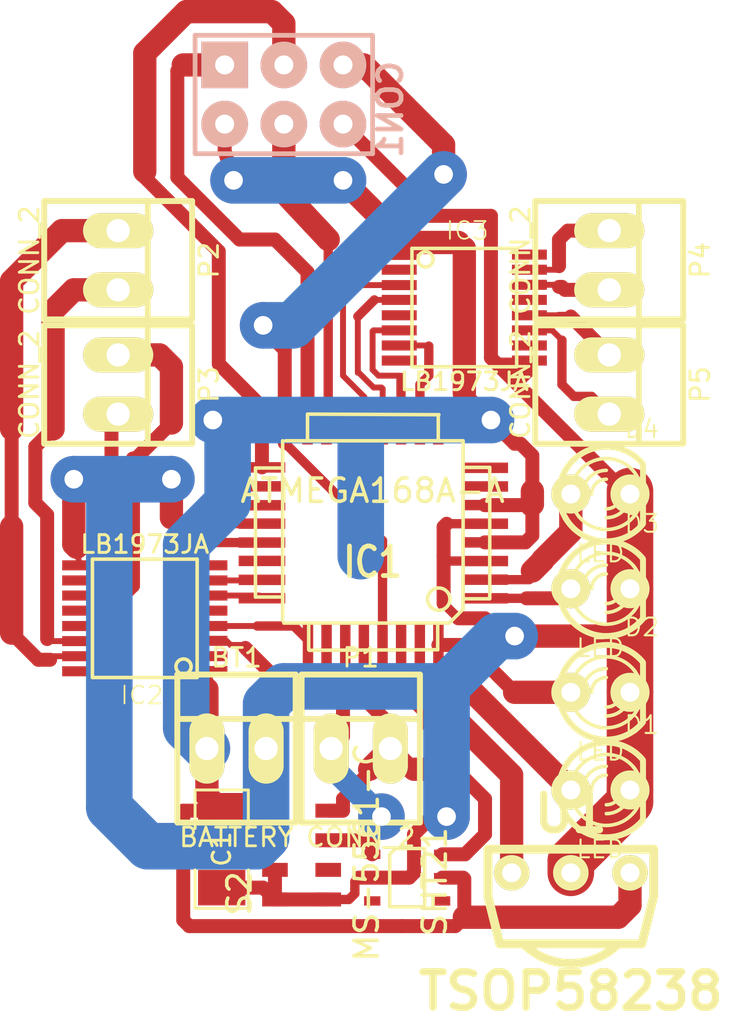
<source format=kicad_pcb>
(kicad_pcb (version 3) (host pcbnew "(25-Oct-2014 BZR 4029)-stable")

  (general
    (links 58)
    (no_connects 0)
    (area 151.011 182.0164 183.5404 224.531)
    (thickness 1.6)
    (drawings 0)
    (tracks 389)
    (zones 0)
    (modules 18)
    (nets 30)
  )

  (page A4 portrait)
  (title_block 
    (title Baloni)
  )

  (layers
    (15 F.Cu signal)
    (0 B.Cu signal)
    (16 B.Adhes user)
    (17 F.Adhes user)
    (18 B.Paste user)
    (19 F.Paste user)
    (20 B.SilkS user)
    (21 F.SilkS user)
    (22 B.Mask user)
    (23 F.Mask user)
    (24 Dwgs.User user)
    (25 Cmts.User user)
    (26 Eco1.User user)
    (27 Eco2.User user)
    (28 Edge.Cuts user)
  )

  (setup
    (last_trace_width 2)
    (user_trace_width 0.4)
    (user_trace_width 0.6)
    (user_trace_width 1)
    (user_trace_width 2)
    (trace_clearance 0.254)
    (zone_clearance 0.508)
    (zone_45_only no)
    (trace_min 0.254)
    (segment_width 0.2)
    (edge_width 0.1)
    (via_size 0.889)
    (via_drill 0.635)
    (via_min_size 0.889)
    (via_min_drill 0.508)
    (user_via 1.2 0.8)
    (user_via 2 0.8)
    (uvia_size 0.508)
    (uvia_drill 0.127)
    (uvias_allowed no)
    (uvia_min_size 0.508)
    (uvia_min_drill 0.127)
    (pcb_text_width 0.3)
    (pcb_text_size 1.5 1.5)
    (mod_edge_width 0.15)
    (mod_text_size 1 1)
    (mod_text_width 0.15)
    (pad_size 1.524 1.524)
    (pad_drill 0.8128)
    (pad_to_mask_clearance 0)
    (aux_axis_origin 0 0)
    (visible_elements FFFFFFBF)
    (pcbplotparams
      (layerselection 3178497)
      (usegerberextensions false)
      (excludeedgelayer true)
      (linewidth 0.150000)
      (plotframeref false)
      (viasonmask false)
      (mode 1)
      (useauxorigin false)
      (hpglpennumber 1)
      (hpglpenspeed 20)
      (hpglpendiameter 15)
      (hpglpenoverlay 2)
      (psnegative false)
      (psa4output false)
      (plotreference true)
      (plotvalue true)
      (plotothertext true)
      (plotinvisibletext false)
      (padsonsilk false)
      (subtractmaskfromsilk false)
      (outputformat 2)
      (mirror true)
      (drillshape 2)
      (scaleselection 1)
      (outputdirectory ""))
  )

  (net 0 "")
  (net 1 +3.3V)
  (net 2 GND)
  (net 3 N-000001)
  (net 4 N-0000010)
  (net 5 N-0000012)
  (net 6 N-0000015)
  (net 7 N-0000016)
  (net 8 N-0000018)
  (net 9 N-0000019)
  (net 10 N-000002)
  (net 11 N-0000022)
  (net 12 N-0000024)
  (net 13 N-0000027)
  (net 14 N-0000029)
  (net 15 N-0000030)
  (net 16 N-0000031)
  (net 17 N-0000032)
  (net 18 N-0000033)
  (net 19 N-0000034)
  (net 20 N-0000035)
  (net 21 N-0000036)
  (net 22 N-000004)
  (net 23 N-0000046)
  (net 24 N-0000048)
  (net 25 N-0000049)
  (net 26 N-000005)
  (net 27 N-0000050)
  (net 28 N-0000051)
  (net 29 N-000006)

  (net_class Default "This is the default net class."
    (clearance 0.254)
    (trace_width 0.254)
    (via_dia 0.889)
    (via_drill 0.635)
    (uvia_dia 0.508)
    (uvia_drill 0.127)
    (add_net "")
    (add_net +3.3V)
    (add_net GND)
    (add_net N-000001)
    (add_net N-0000010)
    (add_net N-0000012)
    (add_net N-0000015)
    (add_net N-0000016)
    (add_net N-0000018)
    (add_net N-0000019)
    (add_net N-000002)
    (add_net N-0000022)
    (add_net N-0000024)
    (add_net N-0000027)
    (add_net N-0000029)
    (add_net N-0000030)
    (add_net N-0000031)
    (add_net N-0000032)
    (add_net N-0000033)
    (add_net N-0000034)
    (add_net N-0000035)
    (add_net N-0000036)
    (add_net N-000004)
    (add_net N-0000046)
    (add_net N-0000048)
    (add_net N-0000049)
    (add_net N-000005)
    (add_net N-0000050)
    (add_net N-0000051)
    (add_net N-000006)
  )

  (net_class debeli ""
    (clearance 0.254)
    (trace_width 0.5)
    (via_dia 2)
    (via_drill 0.635)
    (uvia_dia 0.508)
    (uvia_drill 0.127)
  )

  (module SSOP16 (layer F.Cu) (tedit 55C9FB2D) (tstamp 55C2556A)
    (at 170.942 195.834 270)
    (descr SSOP16pins)
    (path /55C0DA81)
    (attr smd)
    (fp_text reference IC3 (at -3.302 -0.127 360) (layer F.SilkS)
      (effects (font (size 0.762 0.762) (thickness 0.0762)))
    )
    (fp_text value LB1973JA (at 3.175 0 360) (layer F.SilkS)
      (effects (font (size 0.762 0.762) (thickness 0.127)))
    )
    (fp_circle (center -2.0701 1.6637) (end -2.2733 1.9177) (layer F.SilkS) (width 0.1524))
    (fp_line (start 2.54 2.2479) (end 2.54 -2.2479) (layer F.SilkS) (width 0.1524))
    (fp_line (start 2.54 -2.2479) (end -2.54 -2.2479) (layer F.SilkS) (width 0.1524))
    (fp_line (start -2.54 -2.2479) (end -2.54 2.2479) (layer F.SilkS) (width 0.1524))
    (fp_line (start -2.54 2.2479) (end 2.54 2.2479) (layer F.SilkS) (width 0.1524))
    (pad 1 smd rect (at -2.2606 2.794 270) (size 0.4318 1.5)
      (layers F.Cu F.Paste F.Mask)
      (net 1 +3.3V)
    )
    (pad 2 smd rect (at -1.6256 2.794 270) (size 0.4318 1.5)
      (layers F.Cu F.Paste F.Mask)
    )
    (pad 3 smd rect (at -0.9652 2.794 270) (size 0.4318 1.5)
      (layers F.Cu F.Paste F.Mask)
      (net 14 N-0000029)
    )
    (pad 4 smd rect (at -0.3302 2.794 270) (size 0.4318 1.5)
      (layers F.Cu F.Paste F.Mask)
      (net 20 N-0000035)
    )
    (pad 5 smd rect (at 0.3302 2.794 270) (size 0.4318 1.5)
      (layers F.Cu F.Paste F.Mask)
    )
    (pad 6 smd rect (at 0.9779 2.794 270) (size 0.4318 1.5)
      (layers F.Cu F.Paste F.Mask)
      (net 19 N-0000034)
    )
    (pad 7 smd rect (at 1.6256 2.794 270) (size 0.4318 1.5)
      (layers F.Cu F.Paste F.Mask)
      (net 13 N-0000027)
    )
    (pad 8 smd rect (at 2.2733 2.794 270) (size 0.4318 1.5)
      (layers F.Cu F.Paste F.Mask)
    )
    (pad 9 smd rect (at 2.2733 -2.794 270) (size 0.4318 1.5)
      (layers F.Cu F.Paste F.Mask)
      (net 2 GND)
    )
    (pad 10 smd rect (at 1.6256 -2.794 270) (size 0.4318 1.5)
      (layers F.Cu F.Paste F.Mask)
    )
    (pad 11 smd rect (at 0.9779 -2.794 270) (size 0.4318 1.5)
      (layers F.Cu F.Paste F.Mask)
      (net 17 N-0000032)
    )
    (pad 12 smd rect (at 0.3302 -2.794 270) (size 0.4318 1.5)
      (layers F.Cu F.Paste F.Mask)
      (net 12 N-0000024)
    )
    (pad 13 smd rect (at -0.3302 -2.794 270) (size 0.4318 1.5)
      (layers F.Cu F.Paste F.Mask)
    )
    (pad 14 smd rect (at -0.9779 -2.794 270) (size 0.4318 1.5)
      (layers F.Cu F.Paste F.Mask)
      (net 11 N-0000022)
    )
    (pad 15 smd rect (at -1.6256 -2.794 270) (size 0.4318 1.5)
      (layers F.Cu F.Paste F.Mask)
      (net 18 N-0000033)
    )
    (pad 16 smd rect (at -2.2733 -2.794 270) (size 0.4318 1.5)
      (layers F.Cu F.Paste F.Mask)
    )
    (model smd/cms_so16.wrl
      (at (xyz 0 0 0))
      (scale (xyz 0.25 0.35 0.25))
      (rotate (xyz 0 0 0))
    )
  )

  (module SSOP16 (layer F.Cu) (tedit 55C9FA83) (tstamp 55C25551)
    (at 157.226 209.169 90)
    (descr SSOP16pins)
    (path /55C0DA72)
    (attr smd)
    (fp_text reference IC2 (at -3.302 -0.127 180) (layer F.SilkS)
      (effects (font (size 0.762 0.762) (thickness 0.0762)))
    )
    (fp_text value LB1973JA (at 3.175 0 180) (layer F.SilkS)
      (effects (font (size 0.762 0.762) (thickness 0.127)))
    )
    (fp_circle (center -2.0701 1.6637) (end -2.2733 1.9177) (layer F.SilkS) (width 0.1524))
    (fp_line (start 2.54 2.2479) (end 2.54 -2.2479) (layer F.SilkS) (width 0.1524))
    (fp_line (start 2.54 -2.2479) (end -2.54 -2.2479) (layer F.SilkS) (width 0.1524))
    (fp_line (start -2.54 -2.2479) (end -2.54 2.2479) (layer F.SilkS) (width 0.1524))
    (fp_line (start -2.54 2.2479) (end 2.54 2.2479) (layer F.SilkS) (width 0.1524))
    (pad 1 smd rect (at -2.2606 2.794 90) (size 0.4318 1.5062)
      (layers F.Cu F.Paste F.Mask)
      (net 1 +3.3V)
    )
    (pad 2 smd rect (at -1.6256 2.794 90) (size 0.4318 1.5062)
      (layers F.Cu F.Paste F.Mask)
    )
    (pad 3 smd rect (at -0.9652 2.794 90) (size 0.4318 1.5062)
      (layers F.Cu F.Paste F.Mask)
      (net 9 N-0000019)
    )
    (pad 4 smd rect (at -0.3302 2.794 90) (size 0.4318 1.5062)
      (layers F.Cu F.Paste F.Mask)
      (net 8 N-0000018)
    )
    (pad 5 smd rect (at 0.3302 2.794 90) (size 0.4318 1.5062)
      (layers F.Cu F.Paste F.Mask)
    )
    (pad 6 smd rect (at 0.9779 2.794 90) (size 0.4318 1.5062)
      (layers F.Cu F.Paste F.Mask)
      (net 7 N-0000016)
    )
    (pad 7 smd rect (at 1.6256 2.794 90) (size 0.4318 1.5062)
      (layers F.Cu F.Paste F.Mask)
      (net 6 N-0000015)
    )
    (pad 8 smd rect (at 2.2733 2.794 90) (size 0.4318 1.5062)
      (layers F.Cu F.Paste F.Mask)
    )
    (pad 9 smd rect (at 2.2733 -2.794 90) (size 0.4318 1.5062)
      (layers F.Cu F.Paste F.Mask)
      (net 2 GND)
    )
    (pad 10 smd rect (at 1.6256 -2.794 90) (size 0.4318 1.5062)
      (layers F.Cu F.Paste F.Mask)
    )
    (pad 11 smd rect (at 0.9779 -2.794 90) (size 0.4318 1.5062)
      (layers F.Cu F.Paste F.Mask)
      (net 16 N-0000031)
    )
    (pad 12 smd rect (at 0.3302 -2.794 90) (size 0.4318 1.5062)
      (layers F.Cu F.Paste F.Mask)
      (net 5 N-0000012)
    )
    (pad 13 smd rect (at -0.3302 -2.794 90) (size 0.4318 1.5062)
      (layers F.Cu F.Paste F.Mask)
    )
    (pad 14 smd rect (at -0.9779 -2.794 90) (size 0.4318 1.5062)
      (layers F.Cu F.Paste F.Mask)
      (net 4 N-0000010)
    )
    (pad 15 smd rect (at -1.6256 -2.794 90) (size 0.4318 1.5062)
      (layers F.Cu F.Paste F.Mask)
      (net 15 N-0000030)
    )
    (pad 16 smd rect (at -2.2733 -2.794 90) (size 0.4318 1.5062)
      (layers F.Cu F.Paste F.Mask)
    )
    (model smd/cms_so16.wrl
      (at (xyz 0 0 0))
      (scale (xyz 0.25 0.35 0.25))
      (rotate (xyz 0 0 0))
    )
  )

  (module SHT21 (layer F.Cu) (tedit 55C10099) (tstamp 55918842)
    (at 168.656 218.948)
    (path /556338B5)
    (fp_text reference S1 (at -1.25 1.5 90) (layer F.SilkS) hide
      (effects (font (size 1 1) (thickness 0.15)))
    )
    (fp_text value SHT21 (at 1.016 1.524 90) (layer F.SilkS)
      (effects (font (size 1 1) (thickness 0.15)))
    )
    (fp_line (start 0.5835 2.5995) (end 0.5835 0.0995) (layer F.SilkS) (width 0.15))
    (fp_line (start 0.5835 0.0995) (end -0.6665 0.0995) (layer F.SilkS) (width 0.15))
    (fp_line (start -0.6665 0.0995) (end -0.9165 0.3495) (layer F.SilkS) (width 0.15))
    (fp_line (start -0.9165 0.3495) (end -0.9165 2.5995) (layer F.SilkS) (width 0.15))
    (fp_line (start -0.9165 2.5995) (end 0.5835 2.5995) (layer F.SilkS) (width 0.15))
    (pad 4 smd rect (at 1.3335 2.3495 90) (size 0.4 0.7)
      (layers F.Cu)
      (zone_connect 0)
    )
    (pad 5 smd rect (at 1.3335 1.3495 90) (size 0.4 0.7)
      (layers F.Cu F.Paste F.Mask)
      (net 1 +3.3V)
    )
    (pad 6 smd rect (at 1.3335 0.3495 90) (size 0.4 0.7)
      (layers F.Cu)
      (net 23 N-0000046)
    )
    (pad 3 smd rect (at -1.6665 2.3495 90) (size 0.4 0.7)
      (layers F.Cu F.Paste F.Mask)
    )
    (pad 2 smd rect (at -1.6665 1.3495 90) (size 0.4 0.7)
      (layers F.Cu F.Paste F.Mask)
      (net 2 GND)
    )
    (pad 1 smd rect (at -1.6665 0.3495 90) (size 0.4 0.7)
      (layers F.Cu F.Paste F.Mask)
      (net 21 N-0000036)
    )
  )

  (module MS5607 (layer F.Cu) (tedit 556EFEC3) (tstamp 55918755)
    (at 165.1 218.694)
    (path /55658551)
    (fp_text reference S2 (at -3.81 2.286 90) (layer F.SilkS)
      (effects (font (size 1 1) (thickness 0.15)))
    )
    (fp_text value MS-5561-C (at 1.651 0.508 90) (layer F.SilkS)
      (effects (font (size 1 1) (thickness 0.15)))
    )
    (pad 1 smd rect (at -2.286 -1.27 180) (size 1.1 0.6)
      (layers F.Cu)
      (net 1 +3.3V)
      (zone_connect 0)
    )
    (pad 2 smd rect (at -2.286 0 180) (size 1.1 0.6)
      (layers F.Cu)
    )
    (pad 3 smd rect (at -2.286 1.27 180) (size 1.1 0.6)
      (layers F.Cu)
      (net 2 GND)
    )
    (pad 4 smd rect (at -2.286 2.54 180) (size 1.1 0.6)
      (layers F.Cu)
      (net 2 GND)
    )
    (pad 5 smd rect (at 0 2.54 180) (size 1.1 0.6)
      (layers F.Cu)
      (net 2 GND)
    )
    (pad 6 smd rect (at 0 1.27 180) (size 1.1 0.6)
      (layers F.Cu)
    )
    (pad 7 smd rect (at 0 0 180) (size 1.1 0.6)
      (layers F.Cu)
      (net 21 N-0000036)
    )
    (pad 8 smd rect (at 0 -1.27 180) (size 1.1 0.6)
      (layers F.Cu)
      (net 23 N-0000046)
    )
  )

  (module TQFP32 (layer F.Cu) (tedit 5572E014) (tstamp 556DB62E)
    (at 167.005 205.486 180)
    (path /555F0E4C)
    (fp_text reference IC1 (at 0 -1.27 180) (layer F.SilkS)
      (effects (font (size 1.27 1.016) (thickness 0.2032)))
    )
    (fp_text value ATMEGA168A-A (at 0 1.796051 180) (layer F.SilkS)
      (effects (font (size 1 1) (thickness 0.15)))
    )
    (fp_line (start 5.0292 2.7686) (end 3.8862 2.7686) (layer F.SilkS) (width 0.1524))
    (fp_line (start 5.0292 -2.7686) (end 3.9116 -2.7686) (layer F.SilkS) (width 0.1524))
    (fp_line (start 5.0292 2.7686) (end 5.0292 -2.7686) (layer F.SilkS) (width 0.1524))
    (fp_line (start 2.794 3.9624) (end 2.794 5.0546) (layer F.SilkS) (width 0.1524))
    (fp_line (start -2.8194 3.9878) (end -2.8194 5.0546) (layer F.SilkS) (width 0.1524))
    (fp_line (start -2.8448 5.0546) (end 2.794 5.08) (layer F.SilkS) (width 0.1524))
    (fp_line (start -2.794 -5.0292) (end 2.7178 -5.0546) (layer F.SilkS) (width 0.1524))
    (fp_line (start -3.8862 -3.2766) (end -3.8862 3.9116) (layer F.SilkS) (width 0.1524))
    (fp_line (start 2.7432 -5.0292) (end 2.7432 -3.9878) (layer F.SilkS) (width 0.1524))
    (fp_line (start -3.2512 -3.8862) (end 3.81 -3.8862) (layer F.SilkS) (width 0.1524))
    (fp_line (start 3.8608 3.937) (end 3.8608 -3.7846) (layer F.SilkS) (width 0.1524))
    (fp_line (start -3.8862 3.937) (end 3.7338 3.937) (layer F.SilkS) (width 0.1524))
    (fp_line (start -5.0292 -2.8448) (end -5.0292 2.794) (layer F.SilkS) (width 0.1524))
    (fp_line (start -5.0292 2.794) (end -3.8862 2.794) (layer F.SilkS) (width 0.1524))
    (fp_line (start -3.87604 -3.302) (end -3.29184 -3.8862) (layer F.SilkS) (width 0.1524))
    (fp_line (start -5.02412 -2.8448) (end -3.87604 -2.8448) (layer F.SilkS) (width 0.1524))
    (fp_line (start -2.794 -3.8862) (end -2.794 -5.03428) (layer F.SilkS) (width 0.1524))
    (fp_circle (center -2.83972 -2.86004) (end -2.43332 -2.60604) (layer F.SilkS) (width 0.1524))
    (pad 8 smd rect (at -4.81584 2.77622 180) (size 1.99898 0.44958)
      (layers F.Cu F.Paste F.Mask)
    )
    (pad 7 smd rect (at -4.81584 1.97612 180) (size 1.99898 0.44958)
      (layers F.Cu F.Paste F.Mask)
    )
    (pad 6 smd rect (at -4.81584 1.17602 180) (size 1.99898 0.44958)
      (layers F.Cu F.Paste F.Mask)
      (net 1 +3.3V)
    )
    (pad 5 smd rect (at -4.81584 0.37592 180) (size 1.99898 0.44958)
      (layers F.Cu F.Paste F.Mask)
      (net 2 GND)
    )
    (pad 4 smd rect (at -4.81584 -0.42418 180) (size 1.99898 0.44958)
      (layers F.Cu F.Paste F.Mask)
      (net 1 +3.3V)
    )
    (pad 3 smd rect (at -4.81584 -1.22428 180) (size 1.99898 0.44958)
      (layers F.Cu F.Paste F.Mask)
      (net 2 GND)
    )
    (pad 2 smd rect (at -4.81584 -2.02438 180) (size 1.99898 0.44958)
      (layers F.Cu F.Paste F.Mask)
      (net 3 N-000001)
    )
    (pad 1 smd rect (at -4.81584 -2.82448 180) (size 1.99898 0.44958)
      (layers F.Cu F.Paste F.Mask)
      (net 10 N-000002)
    )
    (pad 24 smd rect (at 4.7498 -2.8194 180) (size 1.99898 0.44958)
      (layers F.Cu F.Paste F.Mask)
      (net 7 N-0000016)
    )
    (pad 17 smd rect (at 4.7498 2.794 180) (size 1.99898 0.44958)
      (layers F.Cu F.Paste F.Mask)
      (net 27 N-0000050)
    )
    (pad 18 smd rect (at 4.7498 1.9812 180) (size 1.99898 0.44958)
      (layers F.Cu F.Paste F.Mask)
      (net 1 +3.3V)
    )
    (pad 19 smd rect (at 4.7498 1.1684 180) (size 1.99898 0.44958)
      (layers F.Cu F.Paste F.Mask)
    )
    (pad 20 smd rect (at 4.7498 0.381 180) (size 1.99898 0.44958)
      (layers F.Cu F.Paste F.Mask)
      (net 1 +3.3V)
    )
    (pad 21 smd rect (at 4.7498 -0.4318 180) (size 1.99898 0.44958)
      (layers F.Cu F.Paste F.Mask)
      (net 2 GND)
    )
    (pad 22 smd rect (at 4.7498 -1.2192 180) (size 1.99898 0.44958)
      (layers F.Cu F.Paste F.Mask)
    )
    (pad 23 smd rect (at 4.7498 -2.032 180) (size 1.99898 0.44958)
      (layers F.Cu F.Paste F.Mask)
      (net 6 N-0000015)
    )
    (pad 32 smd rect (at -2.82448 -4.826 180) (size 0.44958 1.99898)
      (layers F.Cu F.Paste F.Mask)
      (net 22 N-000004)
    )
    (pad 31 smd rect (at -2.02692 -4.826 180) (size 0.44958 1.99898)
      (layers F.Cu F.Paste F.Mask)
      (net 29 N-000006)
    )
    (pad 30 smd rect (at -1.22428 -4.826 180) (size 0.44958 1.99898)
      (layers F.Cu F.Paste F.Mask)
      (net 26 N-000005)
    )
    (pad 29 smd rect (at -0.42672 -4.826 180) (size 0.44958 1.99898)
      (layers F.Cu F.Paste F.Mask)
      (net 24 N-0000048)
    )
    (pad 28 smd rect (at 0.37592 -4.826 180) (size 0.44958 1.99898)
      (layers F.Cu F.Paste F.Mask)
      (net 23 N-0000046)
    )
    (pad 27 smd rect (at 1.17348 -4.826 180) (size 0.44958 1.99898)
      (layers F.Cu F.Paste F.Mask)
      (net 21 N-0000036)
    )
    (pad 26 smd rect (at 1.97612 -4.826 180) (size 0.44958 1.99898)
      (layers F.Cu F.Paste F.Mask)
      (net 9 N-0000019)
    )
    (pad 25 smd rect (at 2.77368 -4.826 180) (size 0.44958 1.99898)
      (layers F.Cu F.Paste F.Mask)
      (net 8 N-0000018)
    )
    (pad 9 smd rect (at -2.8194 4.7752 180) (size 0.44958 1.99898)
      (layers F.Cu F.Paste F.Mask)
    )
    (pad 10 smd rect (at -2.032 4.7752 180) (size 0.44958 1.99898)
      (layers F.Cu F.Paste F.Mask)
      (net 13 N-0000027)
    )
    (pad 11 smd rect (at -1.2192 4.7752 180) (size 0.44958 1.99898)
      (layers F.Cu F.Paste F.Mask)
      (net 19 N-0000034)
    )
    (pad 12 smd rect (at -0.4318 4.7752 180) (size 0.44958 1.99898)
      (layers F.Cu F.Paste F.Mask)
      (net 20 N-0000035)
    )
    (pad 13 smd rect (at 0.3556 4.7752 180) (size 0.44958 1.99898)
      (layers F.Cu F.Paste F.Mask)
      (net 14 N-0000029)
    )
    (pad 14 smd rect (at 1.1684 4.7752 180) (size 0.44958 1.99898)
      (layers F.Cu F.Paste F.Mask)
    )
    (pad 15 smd rect (at 1.9812 4.7752 180) (size 0.44958 1.99898)
      (layers F.Cu F.Paste F.Mask)
      (net 25 N-0000049)
    )
    (pad 16 smd rect (at 2.794 4.7752 180) (size 0.44958 1.99898)
      (layers F.Cu F.Paste F.Mask)
      (net 28 N-0000051)
    )
    (model smd/tqfp32.wrl
      (at (xyz 0 0 0))
      (scale (xyz 1 1 1))
      (rotate (xyz 0 0 0))
    )
  )

  (module pin_array_3x2 (layer B.Cu) (tedit 557AAEEF) (tstamp 556ECF7D)
    (at 163.195 186.69)
    (descr "Double rangee de contacts 2 x 4 pins")
    (tags CONN)
    (path /555F11C0)
    (fp_text reference CON1 (at 4.572 0.635 270) (layer B.SilkS)
      (effects (font (size 1.016 1.016) (thickness 0.2032)) (justify mirror))
    )
    (fp_text value AVR-ISP-6 (at 0 -3.81) (layer B.SilkS) hide
      (effects (font (size 1.016 1.016) (thickness 0.2032)) (justify mirror))
    )
    (fp_line (start 3.81 -2.54) (end -3.81 -2.54) (layer B.SilkS) (width 0.2032))
    (fp_line (start -3.81 2.54) (end 3.81 2.54) (layer B.SilkS) (width 0.2032))
    (fp_line (start 3.81 2.54) (end 3.81 -2.54) (layer B.SilkS) (width 0.2032))
    (fp_line (start -3.81 -2.54) (end -3.81 2.54) (layer B.SilkS) (width 0.2032))
    (pad 1 thru_hole rect (at -2.54 -1.27) (size 2 2) (drill 0.816)
      (layers *.Mask F.Cu B.SilkS)
      (net 28 N-0000051)
    )
    (pad 2 thru_hole circle (at -2.54 1.27) (size 2 2) (drill 0.816)
      (layers *.Mask F.Cu B.SilkS)
      (net 1 +3.3V)
    )
    (pad 3 thru_hole circle (at 0 -1.27) (size 2 2) (drill 0.816)
      (layers *.Mask F.Cu B.SilkS)
      (net 27 N-0000050)
    )
    (pad 4 thru_hole circle (at 0 1.27) (size 2 2) (drill 0.816)
      (layers *.Mask F.Cu B.SilkS)
      (net 25 N-0000049)
    )
    (pad 5 thru_hole circle (at 2.54 -1.27) (size 2 2) (drill 0.816)
      (layers *.Mask F.Cu B.SilkS)
      (net 24 N-0000048)
    )
    (pad 6 thru_hole circle (at 2.54 1.27) (size 2 2) (drill 0.816)
      (layers *.Mask F.Cu B.SilkS)
      (net 2 GND)
    )
    (model pin_array/pins_array_3x2.wrl
      (at (xyz 0 0 0))
      (scale (xyz 1 1 1))
      (rotate (xyz 0 0 0))
    )
  )

  (module SM1206 (layer F.Cu) (tedit 55883CC6) (tstamp 55884448)
    (at 160.528 219.075 270)
    (path /55658961)
    (attr smd)
    (fp_text reference C1 (at 0 0 270) (layer F.SilkS)
      (effects (font (size 0.762 0.762) (thickness 0.127)))
    )
    (fp_text value 100nF (at 0 0 270) (layer F.SilkS) hide
      (effects (font (size 0.762 0.762) (thickness 0.127)))
    )
    (fp_line (start -2.54 -1.143) (end -2.54 1.143) (layer F.SilkS) (width 0.127))
    (fp_line (start -2.54 1.143) (end -0.889 1.143) (layer F.SilkS) (width 0.127))
    (fp_line (start 0.889 -1.143) (end 2.54 -1.143) (layer F.SilkS) (width 0.127))
    (fp_line (start 2.54 -1.143) (end 2.54 1.143) (layer F.SilkS) (width 0.127))
    (fp_line (start 2.54 1.143) (end 0.889 1.143) (layer F.SilkS) (width 0.127))
    (fp_line (start -0.889 -1.143) (end -2.54 -1.143) (layer F.SilkS) (width 0.127))
    (pad 1 smd rect (at -1.651 0 270) (size 1.524 2.032)
      (layers F.Cu F.Paste F.Mask)
      (net 1 +3.3V)
    )
    (pad 2 smd rect (at 1.651 0 270) (size 1.524 2.032)
      (layers F.Cu F.Paste F.Mask)
      (net 2 GND)
    )
    (model smd/chip_cms.wrl
      (at (xyz 0 0 0))
      (scale (xyz 0.17 0.16 0.16))
      (rotate (xyz 0 0 0))
    )
  )

  (module PINHEAD1-2 (layer F.Cu) (tedit 5576F3C7) (tstamp 5574420F)
    (at 161.163 214.757)
    (path /55659DE5)
    (attr virtual)
    (fp_text reference BT1 (at 0 -3.9) (layer F.SilkS)
      (effects (font (size 0.8 0.8) (thickness 0.12)))
    )
    (fp_text value BATTERY (at 0 3.81) (layer F.SilkS)
      (effects (font (size 0.8 0.8) (thickness 0.12)))
    )
    (fp_line (start 2.54 -1.27) (end -2.54 -1.27) (layer F.SilkS) (width 0.254))
    (fp_line (start 2.54 3.175) (end -2.54 3.175) (layer F.SilkS) (width 0.254))
    (fp_line (start -2.54 -3.175) (end 2.54 -3.175) (layer F.SilkS) (width 0.254))
    (fp_line (start -2.54 -3.175) (end -2.54 3.175) (layer F.SilkS) (width 0.254))
    (fp_line (start 2.54 -3.175) (end 2.54 3.175) (layer F.SilkS) (width 0.254))
    (pad 1 thru_hole oval (at -1.27 0) (size 1.50622 3.01498) (drill 0.99822)
      (layers *.Cu *.Mask F.SilkS)
      (net 1 +3.3V)
    )
    (pad 2 thru_hole oval (at 1.27 0) (size 1.50622 3.01498) (drill 0.99822)
      (layers *.Cu *.Mask F.SilkS)
      (net 2 GND)
    )
  )

  (module PINHEAD1-2 (layer F.Cu) (tedit 5216611E) (tstamp 55744C2F)
    (at 166.497 214.757)
    (path /555F2080)
    (attr virtual)
    (fp_text reference P1 (at 0 -3.9) (layer F.SilkS)
      (effects (font (size 0.8 0.8) (thickness 0.12)))
    )
    (fp_text value CONN_2 (at 0 3.81) (layer F.SilkS)
      (effects (font (size 0.8 0.8) (thickness 0.12)))
    )
    (fp_line (start 2.54 -1.27) (end -2.54 -1.27) (layer F.SilkS) (width 0.254))
    (fp_line (start 2.54 3.175) (end -2.54 3.175) (layer F.SilkS) (width 0.254))
    (fp_line (start -2.54 -3.175) (end 2.54 -3.175) (layer F.SilkS) (width 0.254))
    (fp_line (start -2.54 -3.175) (end -2.54 3.175) (layer F.SilkS) (width 0.254))
    (fp_line (start 2.54 -3.175) (end 2.54 3.175) (layer F.SilkS) (width 0.254))
    (pad 1 thru_hole oval (at -1.27 0) (size 1.50622 3.01498) (drill 0.99822)
      (layers *.Cu *.Mask F.SilkS)
      (net 21 N-0000036)
    )
    (pad 2 thru_hole oval (at 1.27 0) (size 1.50622 3.01498) (drill 0.99822)
      (layers *.Cu *.Mask F.SilkS)
      (net 23 N-0000046)
    )
  )

  (module PINHEAD1-2 (layer F.Cu) (tedit 5216611E) (tstamp 55C2561B)
    (at 156.083 193.802 270)
    (path /55C1C510)
    (attr virtual)
    (fp_text reference P2 (at 0 -3.9 270) (layer F.SilkS)
      (effects (font (size 0.8 0.8) (thickness 0.12)))
    )
    (fp_text value CONN_2 (at 0 3.81 270) (layer F.SilkS)
      (effects (font (size 0.8 0.8) (thickness 0.12)))
    )
    (fp_line (start 2.54 -1.27) (end -2.54 -1.27) (layer F.SilkS) (width 0.254))
    (fp_line (start 2.54 3.175) (end -2.54 3.175) (layer F.SilkS) (width 0.254))
    (fp_line (start -2.54 -3.175) (end 2.54 -3.175) (layer F.SilkS) (width 0.254))
    (fp_line (start -2.54 -3.175) (end -2.54 3.175) (layer F.SilkS) (width 0.254))
    (fp_line (start 2.54 -3.175) (end 2.54 3.175) (layer F.SilkS) (width 0.254))
    (pad 1 thru_hole oval (at -1.27 0 270) (size 1.50622 3.01498) (drill 0.99822)
      (layers *.Cu *.Mask F.SilkS)
      (net 15 N-0000030)
    )
    (pad 2 thru_hole oval (at 1.27 0 270) (size 1.50622 3.01498) (drill 0.99822)
      (layers *.Cu *.Mask F.SilkS)
      (net 4 N-0000010)
    )
  )

  (module PINHEAD1-2 (layer F.Cu) (tedit 55C1C379) (tstamp 55C25626)
    (at 156.083 199.136 270)
    (path /55C1C51F)
    (attr virtual)
    (fp_text reference P3 (at 0 -3.9 270) (layer F.SilkS)
      (effects (font (size 0.8 0.8) (thickness 0.12)))
    )
    (fp_text value CONN_2 (at 0 3.81 270) (layer F.SilkS)
      (effects (font (size 0.8 0.8) (thickness 0.12)))
    )
    (fp_line (start 2.54 -1.27) (end -2.54 -1.27) (layer F.SilkS) (width 0.254))
    (fp_line (start 2.54 3.175) (end -2.54 3.175) (layer F.SilkS) (width 0.254))
    (fp_line (start -2.54 -3.175) (end 2.54 -3.175) (layer F.SilkS) (width 0.254))
    (fp_line (start -2.54 -3.175) (end -2.54 3.175) (layer F.SilkS) (width 0.254))
    (fp_line (start 2.54 -3.175) (end 2.54 3.175) (layer F.SilkS) (width 0.254))
    (pad 1 thru_hole oval (at -1.27 0 270) (size 1.50622 3.01498) (drill 0.99822)
      (layers *.Cu *.Mask F.SilkS)
      (net 5 N-0000012)
    )
    (pad 2 thru_hole oval (at 1.27 0 270) (size 1.50622 3.01498) (drill 0.99822)
      (layers *.Cu *.Mask F.SilkS)
      (net 16 N-0000031)
    )
  )

  (module PINHEAD1-2 (layer F.Cu) (tedit 5216611E) (tstamp 55C25631)
    (at 177.165 193.802 270)
    (path /55C1C52E)
    (attr virtual)
    (fp_text reference P4 (at 0 -3.9 270) (layer F.SilkS)
      (effects (font (size 0.8 0.8) (thickness 0.12)))
    )
    (fp_text value CONN_2 (at 0 3.81 270) (layer F.SilkS)
      (effects (font (size 0.8 0.8) (thickness 0.12)))
    )
    (fp_line (start 2.54 -1.27) (end -2.54 -1.27) (layer F.SilkS) (width 0.254))
    (fp_line (start 2.54 3.175) (end -2.54 3.175) (layer F.SilkS) (width 0.254))
    (fp_line (start -2.54 -3.175) (end 2.54 -3.175) (layer F.SilkS) (width 0.254))
    (fp_line (start -2.54 -3.175) (end -2.54 3.175) (layer F.SilkS) (width 0.254))
    (fp_line (start 2.54 -3.175) (end 2.54 3.175) (layer F.SilkS) (width 0.254))
    (pad 1 thru_hole oval (at -1.27 0 270) (size 1.50622 3.01498) (drill 0.99822)
      (layers *.Cu *.Mask F.SilkS)
      (net 18 N-0000033)
    )
    (pad 2 thru_hole oval (at 1.27 0 270) (size 1.50622 3.01498) (drill 0.99822)
      (layers *.Cu *.Mask F.SilkS)
      (net 11 N-0000022)
    )
  )

  (module PINHEAD1-2 (layer F.Cu) (tedit 5216611E) (tstamp 55C2563C)
    (at 177.165 199.136 270)
    (path /55C1C53D)
    (attr virtual)
    (fp_text reference P5 (at 0 -3.9 270) (layer F.SilkS)
      (effects (font (size 0.8 0.8) (thickness 0.12)))
    )
    (fp_text value CONN_2 (at 0 3.81 270) (layer F.SilkS)
      (effects (font (size 0.8 0.8) (thickness 0.12)))
    )
    (fp_line (start 2.54 -1.27) (end -2.54 -1.27) (layer F.SilkS) (width 0.254))
    (fp_line (start 2.54 3.175) (end -2.54 3.175) (layer F.SilkS) (width 0.254))
    (fp_line (start -2.54 -3.175) (end 2.54 -3.175) (layer F.SilkS) (width 0.254))
    (fp_line (start -2.54 -3.175) (end -2.54 3.175) (layer F.SilkS) (width 0.254))
    (fp_line (start 2.54 -3.175) (end 2.54 3.175) (layer F.SilkS) (width 0.254))
    (pad 1 thru_hole oval (at -1.27 0 270) (size 1.50622 3.01498) (drill 0.99822)
      (layers *.Cu *.Mask F.SilkS)
      (net 12 N-0000024)
    )
    (pad 2 thru_hole oval (at 1.27 0 270) (size 1.50622 3.01498) (drill 0.99822)
      (layers *.Cu *.Mask F.SilkS)
      (net 17 N-0000032)
    )
  )

  (module LED-3MM (layer F.Cu) (tedit 50ADE848) (tstamp 55C25655)
    (at 176.784 207.899)
    (descr "LED 3mm - Lead pitch 100mil (2,54mm)")
    (tags "LED led 3mm 3MM 100mil 2,54mm")
    (path /55C1B2BA)
    (fp_text reference D3 (at 1.778 -2.794) (layer F.SilkS)
      (effects (font (size 0.762 0.762) (thickness 0.0889)))
    )
    (fp_text value LED (at 0 2.54) (layer F.SilkS)
      (effects (font (size 0.762 0.762) (thickness 0.0889)))
    )
    (fp_line (start 1.8288 1.27) (end 1.8288 -1.27) (layer F.SilkS) (width 0.254))
    (fp_arc (start 0.254 0) (end -1.27 0) (angle 39.8) (layer F.SilkS) (width 0.1524))
    (fp_arc (start 0.254 0) (end -0.88392 1.01092) (angle 41.6) (layer F.SilkS) (width 0.1524))
    (fp_arc (start 0.254 0) (end 1.4097 -0.9906) (angle 40.6) (layer F.SilkS) (width 0.1524))
    (fp_arc (start 0.254 0) (end 1.778 0) (angle 39.8) (layer F.SilkS) (width 0.1524))
    (fp_arc (start 0.254 0) (end 0.254 -1.524) (angle 54.4) (layer F.SilkS) (width 0.1524))
    (fp_arc (start 0.254 0) (end -0.9652 -0.9144) (angle 53.1) (layer F.SilkS) (width 0.1524))
    (fp_arc (start 0.254 0) (end 1.45542 0.93472) (angle 52.1) (layer F.SilkS) (width 0.1524))
    (fp_arc (start 0.254 0) (end 0.254 1.524) (angle 52.1) (layer F.SilkS) (width 0.1524))
    (fp_arc (start 0.254 0) (end -0.381 0) (angle 90) (layer F.SilkS) (width 0.1524))
    (fp_arc (start 0.254 0) (end -0.762 0) (angle 90) (layer F.SilkS) (width 0.1524))
    (fp_arc (start 0.254 0) (end 0.889 0) (angle 90) (layer F.SilkS) (width 0.1524))
    (fp_arc (start 0.254 0) (end 1.27 0) (angle 90) (layer F.SilkS) (width 0.1524))
    (fp_arc (start 0.254 0) (end 0.254 -2.032) (angle 50.1) (layer F.SilkS) (width 0.254))
    (fp_arc (start 0.254 0) (end -1.5367 -0.95504) (angle 61.9) (layer F.SilkS) (width 0.254))
    (fp_arc (start 0.254 0) (end 1.8034 1.31064) (angle 49.7) (layer F.SilkS) (width 0.254))
    (fp_arc (start 0.254 0) (end 0.254 2.032) (angle 60.2) (layer F.SilkS) (width 0.254))
    (fp_arc (start 0.254 0) (end -1.778 0) (angle 28.3) (layer F.SilkS) (width 0.254))
    (fp_arc (start 0.254 0) (end -1.47574 1.06426) (angle 31.6) (layer F.SilkS) (width 0.254))
    (pad 1 thru_hole circle (at -1.27 0) (size 1.6764 1.6764) (drill 0.8128)
      (layers *.Cu *.Mask F.SilkS)
      (net 10 N-000002)
    )
    (pad 2 thru_hole circle (at 1.27 0) (size 1.6764 1.6764) (drill 0.8128)
      (layers *.Cu *.Mask F.SilkS)
      (net 2 GND)
    )
    (model discret/leds/led3_vertical_verde.wrl
      (at (xyz 0 0 0))
      (scale (xyz 1 1 1))
      (rotate (xyz 0 0 0))
    )
  )

  (module LED-3MM (layer F.Cu) (tedit 50ADE848) (tstamp 55C2566E)
    (at 176.784 203.835)
    (descr "LED 3mm - Lead pitch 100mil (2,54mm)")
    (tags "LED led 3mm 3MM 100mil 2,54mm")
    (path /55C1B2C9)
    (fp_text reference D4 (at 1.778 -2.794) (layer F.SilkS)
      (effects (font (size 0.762 0.762) (thickness 0.0889)))
    )
    (fp_text value LED (at 0 2.54) (layer F.SilkS)
      (effects (font (size 0.762 0.762) (thickness 0.0889)))
    )
    (fp_line (start 1.8288 1.27) (end 1.8288 -1.27) (layer F.SilkS) (width 0.254))
    (fp_arc (start 0.254 0) (end -1.27 0) (angle 39.8) (layer F.SilkS) (width 0.1524))
    (fp_arc (start 0.254 0) (end -0.88392 1.01092) (angle 41.6) (layer F.SilkS) (width 0.1524))
    (fp_arc (start 0.254 0) (end 1.4097 -0.9906) (angle 40.6) (layer F.SilkS) (width 0.1524))
    (fp_arc (start 0.254 0) (end 1.778 0) (angle 39.8) (layer F.SilkS) (width 0.1524))
    (fp_arc (start 0.254 0) (end 0.254 -1.524) (angle 54.4) (layer F.SilkS) (width 0.1524))
    (fp_arc (start 0.254 0) (end -0.9652 -0.9144) (angle 53.1) (layer F.SilkS) (width 0.1524))
    (fp_arc (start 0.254 0) (end 1.45542 0.93472) (angle 52.1) (layer F.SilkS) (width 0.1524))
    (fp_arc (start 0.254 0) (end 0.254 1.524) (angle 52.1) (layer F.SilkS) (width 0.1524))
    (fp_arc (start 0.254 0) (end -0.381 0) (angle 90) (layer F.SilkS) (width 0.1524))
    (fp_arc (start 0.254 0) (end -0.762 0) (angle 90) (layer F.SilkS) (width 0.1524))
    (fp_arc (start 0.254 0) (end 0.889 0) (angle 90) (layer F.SilkS) (width 0.1524))
    (fp_arc (start 0.254 0) (end 1.27 0) (angle 90) (layer F.SilkS) (width 0.1524))
    (fp_arc (start 0.254 0) (end 0.254 -2.032) (angle 50.1) (layer F.SilkS) (width 0.254))
    (fp_arc (start 0.254 0) (end -1.5367 -0.95504) (angle 61.9) (layer F.SilkS) (width 0.254))
    (fp_arc (start 0.254 0) (end 1.8034 1.31064) (angle 49.7) (layer F.SilkS) (width 0.254))
    (fp_arc (start 0.254 0) (end 0.254 2.032) (angle 60.2) (layer F.SilkS) (width 0.254))
    (fp_arc (start 0.254 0) (end -1.778 0) (angle 28.3) (layer F.SilkS) (width 0.254))
    (fp_arc (start 0.254 0) (end -1.47574 1.06426) (angle 31.6) (layer F.SilkS) (width 0.254))
    (pad 1 thru_hole circle (at -1.27 0) (size 1.6764 1.6764) (drill 0.8128)
      (layers *.Cu *.Mask F.SilkS)
      (net 3 N-000001)
    )
    (pad 2 thru_hole circle (at 1.27 0) (size 1.6764 1.6764) (drill 0.8128)
      (layers *.Cu *.Mask F.SilkS)
      (net 2 GND)
    )
    (model discret/leds/led3_vertical_verde.wrl
      (at (xyz 0 0 0))
      (scale (xyz 1 1 1))
      (rotate (xyz 0 0 0))
    )
  )

  (module LED-3MM (layer F.Cu) (tedit 50ADE848) (tstamp 55884B1F)
    (at 176.784 216.535)
    (descr "LED 3mm - Lead pitch 100mil (2,54mm)")
    (tags "LED led 3mm 3MM 100mil 2,54mm")
    (path /55C1B2D8)
    (fp_text reference D1 (at 1.778 -2.794) (layer F.SilkS)
      (effects (font (size 0.762 0.762) (thickness 0.0889)))
    )
    (fp_text value LED (at 0 2.54) (layer F.SilkS)
      (effects (font (size 0.762 0.762) (thickness 0.0889)))
    )
    (fp_line (start 1.8288 1.27) (end 1.8288 -1.27) (layer F.SilkS) (width 0.254))
    (fp_arc (start 0.254 0) (end -1.27 0) (angle 39.8) (layer F.SilkS) (width 0.1524))
    (fp_arc (start 0.254 0) (end -0.88392 1.01092) (angle 41.6) (layer F.SilkS) (width 0.1524))
    (fp_arc (start 0.254 0) (end 1.4097 -0.9906) (angle 40.6) (layer F.SilkS) (width 0.1524))
    (fp_arc (start 0.254 0) (end 1.778 0) (angle 39.8) (layer F.SilkS) (width 0.1524))
    (fp_arc (start 0.254 0) (end 0.254 -1.524) (angle 54.4) (layer F.SilkS) (width 0.1524))
    (fp_arc (start 0.254 0) (end -0.9652 -0.9144) (angle 53.1) (layer F.SilkS) (width 0.1524))
    (fp_arc (start 0.254 0) (end 1.45542 0.93472) (angle 52.1) (layer F.SilkS) (width 0.1524))
    (fp_arc (start 0.254 0) (end 0.254 1.524) (angle 52.1) (layer F.SilkS) (width 0.1524))
    (fp_arc (start 0.254 0) (end -0.381 0) (angle 90) (layer F.SilkS) (width 0.1524))
    (fp_arc (start 0.254 0) (end -0.762 0) (angle 90) (layer F.SilkS) (width 0.1524))
    (fp_arc (start 0.254 0) (end 0.889 0) (angle 90) (layer F.SilkS) (width 0.1524))
    (fp_arc (start 0.254 0) (end 1.27 0) (angle 90) (layer F.SilkS) (width 0.1524))
    (fp_arc (start 0.254 0) (end 0.254 -2.032) (angle 50.1) (layer F.SilkS) (width 0.254))
    (fp_arc (start 0.254 0) (end -1.5367 -0.95504) (angle 61.9) (layer F.SilkS) (width 0.254))
    (fp_arc (start 0.254 0) (end 1.8034 1.31064) (angle 49.7) (layer F.SilkS) (width 0.254))
    (fp_arc (start 0.254 0) (end 0.254 2.032) (angle 60.2) (layer F.SilkS) (width 0.254))
    (fp_arc (start 0.254 0) (end -1.778 0) (angle 28.3) (layer F.SilkS) (width 0.254))
    (fp_arc (start 0.254 0) (end -1.47574 1.06426) (angle 31.6) (layer F.SilkS) (width 0.254))
    (pad 1 thru_hole circle (at -1.27 0) (size 1.6764 1.6764) (drill 0.8128)
      (layers *.Cu *.Mask F.SilkS)
      (net 29 N-000006)
    )
    (pad 2 thru_hole circle (at 1.27 0) (size 1.6764 1.6764) (drill 0.8128)
      (layers *.Cu *.Mask F.SilkS)
      (net 2 GND)
    )
    (model discret/leds/led3_vertical_verde.wrl
      (at (xyz 0 0 0))
      (scale (xyz 1 1 1))
      (rotate (xyz 0 0 0))
    )
  )

  (module LED-3MM (layer F.Cu) (tedit 50ADE848) (tstamp 5565A736)
    (at 176.784 212.344)
    (descr "LED 3mm - Lead pitch 100mil (2,54mm)")
    (tags "LED led 3mm 3MM 100mil 2,54mm")
    (path /55C1B2AB)
    (fp_text reference D2 (at 1.778 -2.794) (layer F.SilkS)
      (effects (font (size 0.762 0.762) (thickness 0.0889)))
    )
    (fp_text value LED (at 0 2.54) (layer F.SilkS)
      (effects (font (size 0.762 0.762) (thickness 0.0889)))
    )
    (fp_line (start 1.8288 1.27) (end 1.8288 -1.27) (layer F.SilkS) (width 0.254))
    (fp_arc (start 0.254 0) (end -1.27 0) (angle 39.8) (layer F.SilkS) (width 0.1524))
    (fp_arc (start 0.254 0) (end -0.88392 1.01092) (angle 41.6) (layer F.SilkS) (width 0.1524))
    (fp_arc (start 0.254 0) (end 1.4097 -0.9906) (angle 40.6) (layer F.SilkS) (width 0.1524))
    (fp_arc (start 0.254 0) (end 1.778 0) (angle 39.8) (layer F.SilkS) (width 0.1524))
    (fp_arc (start 0.254 0) (end 0.254 -1.524) (angle 54.4) (layer F.SilkS) (width 0.1524))
    (fp_arc (start 0.254 0) (end -0.9652 -0.9144) (angle 53.1) (layer F.SilkS) (width 0.1524))
    (fp_arc (start 0.254 0) (end 1.45542 0.93472) (angle 52.1) (layer F.SilkS) (width 0.1524))
    (fp_arc (start 0.254 0) (end 0.254 1.524) (angle 52.1) (layer F.SilkS) (width 0.1524))
    (fp_arc (start 0.254 0) (end -0.381 0) (angle 90) (layer F.SilkS) (width 0.1524))
    (fp_arc (start 0.254 0) (end -0.762 0) (angle 90) (layer F.SilkS) (width 0.1524))
    (fp_arc (start 0.254 0) (end 0.889 0) (angle 90) (layer F.SilkS) (width 0.1524))
    (fp_arc (start 0.254 0) (end 1.27 0) (angle 90) (layer F.SilkS) (width 0.1524))
    (fp_arc (start 0.254 0) (end 0.254 -2.032) (angle 50.1) (layer F.SilkS) (width 0.254))
    (fp_arc (start 0.254 0) (end -1.5367 -0.95504) (angle 61.9) (layer F.SilkS) (width 0.254))
    (fp_arc (start 0.254 0) (end 1.8034 1.31064) (angle 49.7) (layer F.SilkS) (width 0.254))
    (fp_arc (start 0.254 0) (end 0.254 2.032) (angle 60.2) (layer F.SilkS) (width 0.254))
    (fp_arc (start 0.254 0) (end -1.778 0) (angle 28.3) (layer F.SilkS) (width 0.254))
    (fp_arc (start 0.254 0) (end -1.47574 1.06426) (angle 31.6) (layer F.SilkS) (width 0.254))
    (pad 1 thru_hole circle (at -1.27 0) (size 1.6764 1.6764) (drill 0.8128)
      (layers *.Cu *.Mask F.SilkS)
      (net 22 N-000004)
    )
    (pad 2 thru_hole circle (at 1.27 0) (size 1.6764 1.6764) (drill 0.8128)
      (layers *.Cu *.Mask F.SilkS)
      (net 2 GND)
    )
    (model discret/leds/led3_vertical_verde.wrl
      (at (xyz 0 0 0))
      (scale (xyz 1 1 1))
      (rotate (xyz 0 0 0))
    )
  )

  (module TSOP58238 (layer F.Cu) (tedit 55CC9563) (tstamp 55CC9615)
    (at 175.514 220.091)
    (path /55CC92D4)
    (fp_text reference U1 (at 0 -2.54) (layer F.SilkS)
      (effects (font (size 1.524 1.524) (thickness 0.3048)))
    )
    (fp_text value TSOP58238 (at 0 5.08) (layer F.SilkS)
      (effects (font (size 1.524 1.524) (thickness 0.3048)))
    )
    (fp_arc (start 0 1.016) (end 2.032 3.048) (angle 90) (layer F.SilkS) (width 0.381))
    (fp_line (start -3.556 -1.016) (end -3.556 1.016) (layer F.SilkS) (width 0.381))
    (fp_line (start -3.556 1.016) (end -3.048 3.048) (layer F.SilkS) (width 0.381))
    (fp_line (start -3.048 3.048) (end 3.048 3.048) (layer F.SilkS) (width 0.381))
    (fp_line (start 3.048 3.048) (end 3.556 1.016) (layer F.SilkS) (width 0.381))
    (fp_line (start 3.556 1.016) (end 3.556 -1.016) (layer F.SilkS) (width 0.381))
    (fp_line (start 3.556 -1.016) (end -3.556 -1.016) (layer F.SilkS) (width 0.381))
    (pad 1 thru_hole circle (at -2.54 0) (size 1.524 1.524) (drill 0.8128)
      (layers *.Cu *.Mask F.SilkS)
      (net 26 N-000005)
    )
    (pad 2 thru_hole circle (at 0 0) (size 1.524 1.524) (drill 0.8128)
      (layers *.Cu *.Mask F.SilkS)
      (net 2 GND)
    )
    (pad 3 thru_hole circle (at 2.54 0) (size 1.524 1.524) (drill 0.8128)
      (layers *.Cu *.Mask F.SilkS)
      (net 1 +3.3V)
    )
    (model userlibs/libraries/packages3d/TSOP2438.wrl
      (at (xyz 0 0 0))
      (scale (xyz 1 1 1))
      (rotate (xyz 90 180 0))
    )
  )

  (segment (start 170.942 221.996) (end 177.546 221.996) (width 1) (layer F.Cu) (net 1))
  (segment (start 178.054 221.488) (end 178.054 220.091) (width 1) (layer F.Cu) (net 1) (tstamp 55CC93AC))
  (segment (start 177.546 221.996) (end 178.054 221.488) (width 1) (layer F.Cu) (net 1) (tstamp 55CC93A8))
  (segment (start 159.004 213.868) (end 159.004 205.994) (width 2) (layer B.Cu) (net 1))
  (segment (start 159.893 214.757) (end 159.004 213.868) (width 2) (layer B.Cu) (net 1) (tstamp 55C2BFD7) (status 20))
  (segment (start 160.782 204.216) (end 160.782 200.66) (width 2) (layer B.Cu) (net 1) (tstamp 55C303DA))
  (segment (start 159.004 205.994) (end 160.782 204.216) (width 2) (layer B.Cu) (net 1) (tstamp 55C303D5))
  (segment (start 168.148 193.5734) (end 168.3766 193.5734) (width 0.254) (layer F.Cu) (net 1))
  (segment (start 168.3766 193.5734) (end 168.656 193.294) (width 0.254) (layer F.Cu) (net 1) (tstamp 55C2FDEE))
  (segment (start 168.402 192.9765) (end 168.402 193.04) (width 0.254) (layer F.Cu) (net 1))
  (segment (start 168.402 193.04) (end 168.656 193.294) (width 0.254) (layer F.Cu) (net 1) (tstamp 55C2FDEB))
  (segment (start 168.91 193.04) (end 168.656 193.294) (width 0.254) (layer F.Cu) (net 1))
  (segment (start 168.656 193.294) (end 168.656 193.04) (width 0.254) (layer F.Cu) (net 1) (tstamp 55C2FDE4))
  (segment (start 168.402 193.04) (end 168.656 193.04) (width 0.6) (layer F.Cu) (net 1) (tstamp 55C2FD53))
  (segment (start 168.402 192.9765) (end 168.402 193.3194) (width 0.254) (layer F.Cu) (net 1) (tstamp 55C2FDE9))
  (segment (start 168.402 193.3194) (end 168.148 193.5734) (width 0.254) (layer F.Cu) (net 1) (tstamp 55C2FDCC))
  (segment (start 168.91 193.04) (end 168.91 193.294) (width 0.254) (layer F.Cu) (net 1))
  (segment (start 168.91 193.294) (end 168.6306 193.5734) (width 0.254) (layer F.Cu) (net 1) (tstamp 55C2FDC7))
  (segment (start 168.6306 193.5734) (end 168.148 193.5734) (width 0.254) (layer F.Cu) (net 1) (tstamp 55C2FDC8))
  (segment (start 173.863 203.708) (end 173.863 202.184) (width 0.6) (layer F.Cu) (net 1))
  (segment (start 173.82998 204.30998) (end 173.863 204.27696) (width 1) (layer F.Cu) (net 1) (tstamp 55C2F295))
  (segment (start 173.863 203.708) (end 173.863 204.27696) (width 1) (layer F.Cu) (net 1))
  (segment (start 173.863 202.184) (end 173.355 201.676) (width 0.6) (layer F.Cu) (net 1) (tstamp 55C2FD73))
  (segment (start 165.735 190.373) (end 168.402 193.04) (width 1) (layer F.Cu) (net 1))
  (via (at 165.735 190.373) (size 2) (drill 0.8) (layers F.Cu B.Cu) (net 1))
  (segment (start 170.942 199.517) (end 172.085 200.66) (width 0.6) (layer F.Cu) (net 1) (tstamp 55C2FD69))
  (segment (start 170.942 193.294) (end 170.942 199.517) (width 1) (layer F.Cu) (net 1) (tstamp 55C2FD62))
  (segment (start 170.688 193.04) (end 170.942 193.294) (width 0.6) (layer F.Cu) (net 1) (tstamp 55C2FD59))
  (segment (start 168.91 193.04) (end 170.688 193.04) (width 1) (layer F.Cu) (net 1) (tstamp 55C2FDC5))
  (segment (start 173.355 201.676) (end 173.101 201.676) (width 0.6) (layer F.Cu) (net 1) (tstamp 55C2FD77))
  (segment (start 173.101 201.676) (end 172.085 200.66) (width 0.6) (layer F.Cu) (net 1) (tstamp 55C2FCE5))
  (segment (start 166.497 200.66) (end 168.275 200.66) (width 2) (layer B.Cu) (net 1) (tstamp 55C261B5))
  (via (at 172.085 200.66) (size 2) (drill 0.8) (layers F.Cu B.Cu) (net 1))
  (segment (start 168.275 200.66) (end 172.085 200.66) (width 2) (layer B.Cu) (net 1) (tstamp 55885344))
  (segment (start 171.82084 204.30998) (end 173.82998 204.30998) (width 0.6) (layer F.Cu) (net 1))
  (segment (start 173.56582 205.91018) (end 171.82084 205.91018) (width 0.6) (layer F.Cu) (net 1) (tstamp 55C2F282))
  (segment (start 173.863 205.613) (end 173.56582 205.91018) (width 0.6) (layer F.Cu) (net 1) (tstamp 55C2F27B))
  (segment (start 173.863 204.343) (end 173.863 205.613) (width 0.6) (layer F.Cu) (net 1) (tstamp 55C2F277))
  (segment (start 173.82998 204.30998) (end 173.863 204.343) (width 0.6) (layer F.Cu) (net 1) (tstamp 55C2F273))
  (segment (start 159.893 214.757) (end 159.893 212.217) (width 1) (layer F.Cu) (net 1))
  (segment (start 159.893 212.217) (end 159.766 212.09) (width 1) (layer F.Cu) (net 1) (tstamp 55C2C320))
  (segment (start 160.02 214.63) (end 159.893 214.757) (width 0.254) (layer F.Cu) (net 1) (tstamp 55C2C319))
  (segment (start 160.02 211.4296) (end 160.02 214.63) (width 0.254) (layer F.Cu) (net 1))
  (segment (start 160.147 200.914) (end 160.147 204.851) (width 0.6) (layer F.Cu) (net 1))
  (segment (start 159.893 214.757) (end 159.893 216.789) (width 1) (layer F.Cu) (net 1))
  (segment (start 159.893 216.789) (end 160.528 217.424) (width 1) (layer F.Cu) (net 1) (tstamp 55C2C08E))
  (segment (start 160.147 200.66) (end 160.274 200.787) (width 1) (layer B.Cu) (net 1) (tstamp 55C261B0))
  (segment (start 158.877 217.424) (end 160.528 217.424) (width 0.6) (layer F.Cu) (net 1) (tstamp 5593A508))
  (segment (start 158.877 219.202) (end 158.877 222.123) (width 0.6) (layer F.Cu) (net 1))
  (segment (start 158.877 219.202) (end 158.877 217.424) (width 0.6) (layer F.Cu) (net 1))
  (segment (start 166.497 200.66) (end 166.497 206.502) (width 2) (layer B.Cu) (net 1))
  (segment (start 165.735 190.373) (end 161.036 190.373) (width 2) (layer B.Cu) (net 1))
  (via (at 161.036 190.373) (size 2) (drill 0.8) (layers F.Cu B.Cu) (net 1))
  (segment (start 161.036 190.373) (end 160.655 189.103) (width 0.6) (layer F.Cu) (net 1) (tstamp 55C25E64))
  (segment (start 160.655 189.103) (end 160.655 187.96) (width 0.6) (layer F.Cu) (net 1) (tstamp 55C25E65))
  (segment (start 168.148 193.5734) (end 168.4274 193.5734) (width 0.254) (layer F.Cu) (net 1) (status 30))
  (segment (start 165.735 190.373) (end 165.481 190.119) (width 0.254) (layer B.Cu) (net 1) (tstamp 55C25E61))
  (segment (start 170.8945 220.2975) (end 170.942 220.345) (width 0.4) (layer F.Cu) (net 1) (tstamp 5593A309))
  (segment (start 169.9895 220.2975) (end 170.8945 220.2975) (width 0.6) (layer F.Cu) (net 1))
  (segment (start 160.274 217.424) (end 160.528 217.424) (width 0.6) (layer F.Cu) (net 1) (status 30))
  (segment (start 160.528 217.424) (end 162.814 217.424) (width 0.6) (layer F.Cu) (net 1))
  (segment (start 162.814 217.424) (end 162.814 218.694) (width 0.6) (layer F.Cu) (net 1) (status 30))
  (segment (start 160.147 200.914) (end 159.893 200.914) (width 0.6) (layer F.Cu) (net 1))
  (segment (start 159.893 200.914) (end 160.147 200.66) (width 0.6) (layer F.Cu) (net 1) (tstamp 558853F0))
  (segment (start 162.2552 203.5048) (end 160.147 203.5048) (width 0.4) (layer F.Cu) (net 1) (status 10))
  (segment (start 160.147 203.5048) (end 160.147 204.978) (width 0.4) (layer F.Cu) (net 1))
  (segment (start 160.274 205.105) (end 160.909 205.105) (width 0.4) (layer F.Cu) (net 1) (tstamp 558852FE))
  (segment (start 160.909 205.105) (end 162.2552 205.105) (width 0.4) (layer F.Cu) (net 1) (tstamp 55885388) (status 20))
  (segment (start 160.147 204.978) (end 160.274 205.105) (width 0.4) (layer F.Cu) (net 1) (tstamp 558852FA))
  (segment (start 160.147 200.66) (end 160.782 200.66) (width 2) (layer B.Cu) (net 1) (tstamp 55884EBD))
  (segment (start 160.782 200.66) (end 166.497 200.66) (width 2) (layer B.Cu) (net 1) (tstamp 55C303DF))
  (via (at 160.147 200.66) (size 2) (drill 0.8) (layers F.Cu B.Cu) (net 1))
  (segment (start 160.147 200.66) (end 160.147 200.66) (width 0.254) (layer F.Cu) (net 1) (tstamp 5588506A))
  (segment (start 171.82084 204.30998) (end 173.26102 204.30998) (width 0.6) (layer F.Cu) (net 1) (status 10))
  (segment (start 160.401 200.66) (end 160.147 200.914) (width 0.254) (layer F.Cu) (net 1) (tstamp 55884CD4))
  (segment (start 158.877 222.123) (end 159.131 222.377) (width 0.6) (layer F.Cu) (net 1) (tstamp 5593A175))
  (segment (start 168.275 222.377) (end 170.561 222.377) (width 0.6) (layer F.Cu) (net 1))
  (segment (start 159.131 222.377) (end 168.275 222.377) (width 0.6) (layer F.Cu) (net 1))
  (segment (start 170.942 220.345) (end 170.942 220.726) (width 0.6) (layer F.Cu) (net 1) (tstamp 5593A30B))
  (segment (start 170.942 220.726) (end 170.942 221.234) (width 0.6) (layer F.Cu) (net 1) (tstamp 55C26271))
  (segment (start 170.942 221.234) (end 170.942 221.615) (width 0.6) (layer F.Cu) (net 1) (tstamp 55C2F7B2))
  (segment (start 170.942 221.615) (end 170.942 221.869) (width 0.6) (layer F.Cu) (net 1) (tstamp 55C2FF7C))
  (segment (start 170.561 222.377) (end 170.942 221.996) (width 0.6) (layer F.Cu) (net 1) (tstamp 5593A157))
  (segment (start 170.942 221.869) (end 170.942 221.996) (width 0.6) (layer F.Cu) (net 1) (tstamp 55C26261))
  (segment (start 178.054 216.535) (end 178.054 217.043) (width 2) (layer F.Cu) (net 2))
  (segment (start 175.514 219.583) (end 175.514 220.091) (width 2) (layer F.Cu) (net 2) (tstamp 55CC939D))
  (segment (start 178.054 217.043) (end 175.514 219.583) (width 2) (layer F.Cu) (net 2) (tstamp 55CC9397))
  (segment (start 172.085 191.897) (end 169.291 191.897) (width 0.6) (layer F.Cu) (net 2))
  (segment (start 172.085 197.993) (end 172.085 191.897) (width 0.6) (layer F.Cu) (net 2) (tstamp 55C2FD27))
  (segment (start 168.402 190.627) (end 165.735 187.96) (width 0.6) (layer F.Cu) (net 2) (tstamp 55C2FD48))
  (segment (start 168.402 191.008) (end 168.402 190.627) (width 0.6) (layer F.Cu) (net 2) (tstamp 55C306F5))
  (segment (start 169.291 191.897) (end 168.402 191.008) (width 0.6) (layer F.Cu) (net 2) (tstamp 55C306F3))
  (segment (start 162.433 214.757) (end 162.433 218.567) (width 2) (layer B.Cu) (net 2))
  (segment (start 162.052 218.948) (end 162.306 218.694) (width 2) (layer B.Cu) (net 2) (tstamp 55C260CC))
  (segment (start 157.353 218.948) (end 162.052 218.948) (width 2) (layer B.Cu) (net 2) (tstamp 55C2BFDE))
  (segment (start 155.702 217.297) (end 157.353 218.948) (width 2) (layer B.Cu) (net 2) (tstamp 55C2BFDB))
  (segment (start 155.702 217.297) (end 155.702 203.2) (width 2) (layer B.Cu) (net 2))
  (segment (start 162.433 218.567) (end 162.306 218.694) (width 2) (layer B.Cu) (net 2) (tstamp 55C304E5))
  (segment (start 162.433 214.757) (end 162.433 212.852) (width 2) (layer B.Cu) (net 2))
  (segment (start 163.195 212.09) (end 170.18 212.09) (width 2) (layer B.Cu) (net 2) (tstamp 55C2BFC8))
  (segment (start 162.433 212.852) (end 163.195 212.09) (width 2) (layer B.Cu) (net 2) (tstamp 55C304D5))
  (segment (start 170.18 212.09) (end 170.18 217.678) (width 2) (layer B.Cu) (net 2))
  (segment (start 168.783 218.44) (end 169.545 217.678) (width 0.6) (layer F.Cu) (net 2) (tstamp 5593A5A5))
  (segment (start 169.545 217.678) (end 170.18 217.678) (width 0.6) (layer F.Cu) (net 2) (tstamp 5593A5A9))
  (via (at 170.18 217.678) (size 2) (drill 0.8) (layers F.Cu B.Cu) (net 2))
  (segment (start 168.783 220.091) (end 168.783 219.075) (width 0.6) (layer F.Cu) (net 2) (tstamp 5593A3C5))
  (segment (start 168.5765 220.2975) (end 168.783 220.091) (width 0.6) (layer F.Cu) (net 2) (tstamp 5593A3B5))
  (segment (start 168.5765 220.2975) (end 166.4175 220.2975) (width 0.6) (layer F.Cu) (net 2) (tstamp 5593A3B4))
  (segment (start 168.783 219.075) (end 168.783 218.44) (width 0.6) (layer F.Cu) (net 2))
  (segment (start 173.101 209.931) (end 172.339 209.931) (width 2) (layer B.Cu) (net 2))
  (segment (start 172.339 209.931) (end 170.18 212.09) (width 2) (layer B.Cu) (net 2) (tstamp 55C3046E))
  (segment (start 173.101 198.882) (end 173.228 198.882) (width 0.254) (layer F.Cu) (net 2))
  (segment (start 173.482 198.628) (end 173.482 198.755) (width 0.254) (layer F.Cu) (net 2) (tstamp 55C2FF22))
  (segment (start 173.228 198.882) (end 173.482 198.628) (width 0.254) (layer F.Cu) (net 2) (tstamp 55C2FF1F))
  (segment (start 172.5295 198.4375) (end 172.5295 198.3105) (width 0.254) (layer F.Cu) (net 2))
  (segment (start 172.593 198.247) (end 173.101 198.247) (width 0.254) (layer F.Cu) (net 2) (tstamp 55C2FF18))
  (segment (start 172.5295 198.3105) (end 172.593 198.247) (width 0.254) (layer F.Cu) (net 2) (tstamp 55C2FF16))
  (segment (start 173.101 198.882) (end 173.101 198.7423) (width 0.254) (layer F.Cu) (net 2))
  (segment (start 173.101 198.7423) (end 173.4058 198.4375) (width 0.254) (layer F.Cu) (net 2) (tstamp 55C2FF13))
  (segment (start 173.736 198.1073) (end 173.8503 198.1073) (width 0.254) (layer F.Cu) (net 2))
  (segment (start 173.99 198.247) (end 173.736 198.501) (width 0.254) (layer F.Cu) (net 2) (tstamp 55C2FF0D))
  (segment (start 173.8503 198.1073) (end 173.99 198.247) (width 0.254) (layer F.Cu) (net 2) (tstamp 55C2FF0C))
  (segment (start 173.736 198.501) (end 173.736 198.628) (width 0.254) (layer F.Cu) (net 2) (tstamp 55C2FF0E))
  (segment (start 172.974 198.882) (end 173.101 198.882) (width 0.254) (layer F.Cu) (net 2))
  (segment (start 173.482 198.755) (end 173.736 198.501) (width 0.254) (layer F.Cu) (net 2) (tstamp 55C2FF23))
  (segment (start 172.5295 198.4375) (end 173.4058 198.4375) (width 0.254) (layer F.Cu) (net 2))
  (segment (start 173.4058 198.4375) (end 173.736 198.1073) (width 0.254) (layer F.Cu) (net 2) (tstamp 55C2FF03))
  (segment (start 173.736 198.1073) (end 173.4947 198.1073) (width 0.254) (layer F.Cu) (net 2))
  (segment (start 173.4947 198.1073) (end 172.847 198.755) (width 0.254) (layer F.Cu) (net 2) (tstamp 55C2FEFC))
  (segment (start 173.736 198.1073) (end 172.1993 198.1073) (width 0.254) (layer F.Cu) (net 2))
  (segment (start 172.1993 198.1073) (end 172.085 197.993) (width 0.254) (layer F.Cu) (net 2) (tstamp 55C2FEF9))
  (segment (start 173.736 198.501) (end 173.736 198.628) (width 0.4) (layer F.Cu) (net 2))
  (segment (start 173.736 198.628) (end 173.228 199.136) (width 0.4) (layer F.Cu) (net 2) (tstamp 55C2FD9F))
  (segment (start 173.736 198.1073) (end 173.736 198.501) (width 0.254) (layer F.Cu) (net 2))
  (segment (start 178.054 203.835) (end 177.927 203.835) (width 0.6) (layer F.Cu) (net 2))
  (segment (start 177.927 203.835) (end 173.228 199.136) (width 0.6) (layer F.Cu) (net 2) (tstamp 55C2FD21))
  (segment (start 173.228 199.136) (end 172.974 198.882) (width 0.6) (layer F.Cu) (net 2) (tstamp 55C2FDA2))
  (segment (start 172.974 198.882) (end 172.847 198.755) (width 0.6) (layer F.Cu) (net 2) (tstamp 55C2FF06))
  (segment (start 172.847 198.755) (end 172.5295 198.4375) (width 0.6) (layer F.Cu) (net 2) (tstamp 55C2FEFF))
  (segment (start 172.5295 198.4375) (end 172.085 197.993) (width 0.6) (layer F.Cu) (net 2) (tstamp 55C2FF01))
  (segment (start 178.054 209.931) (end 178.054 212.344) (width 2) (layer F.Cu) (net 2) (status 20))
  (segment (start 173.101 209.931) (end 178.054 209.931) (width 1) (layer F.Cu) (net 2))
  (segment (start 178.054 209.931) (end 178.054 207.899) (width 2) (layer F.Cu) (net 2) (tstamp 55C2F4E5) (status 20))
  (segment (start 178.054 203.835) (end 178.054 203.708) (width 1) (layer F.Cu) (net 2) (status 30))
  (segment (start 172.212 209.931) (end 172.593 209.931) (width 0.254) (layer F.Cu) (net 2))
  (segment (start 170.053 208.534) (end 170.053 206.502) (width 0.6) (layer F.Cu) (net 2) (tstamp 55C2F3D5))
  (segment (start 170.688 209.169) (end 170.053 208.534) (width 0.4) (layer F.Cu) (net 2) (tstamp 55C2F3D1))
  (segment (start 171.831 209.169) (end 170.688 209.169) (width 0.6) (layer F.Cu) (net 2) (tstamp 55C2F3CF))
  (segment (start 172.593 209.931) (end 171.831 209.169) (width 0.6) (layer F.Cu) (net 2) (tstamp 55C2F3CB))
  (segment (start 178.054 203.708) (end 178.054 207.899) (width 2) (layer F.Cu) (net 2) (status 20))
  (segment (start 171.82084 205.11008) (end 170.18508 205.11008) (width 0.4) (layer F.Cu) (net 2))
  (segment (start 170.18508 205.11008) (end 170.053 205.24216) (width 0.6) (layer F.Cu) (net 2) (tstamp 55C2F2D0))
  (segment (start 170.053 205.24216) (end 170.053 206.502) (width 0.6) (layer F.Cu) (net 2) (tstamp 55C2F2B9))
  (segment (start 170.053 206.502) (end 170.26128 206.71028) (width 0.4) (layer F.Cu) (net 2) (tstamp 55C2F2BD))
  (segment (start 170.26128 206.71028) (end 171.82084 206.71028) (width 0.4) (layer F.Cu) (net 2) (tstamp 55C2F2C1))
  (segment (start 159.385 205.9178) (end 159.385 205.867) (width 0.4) (layer F.Cu) (net 2))
  (segment (start 158.369 204.851) (end 158.369 203.2) (width 1) (layer F.Cu) (net 2) (tstamp 55C2C240))
  (segment (start 159.385 205.867) (end 158.369 204.851) (width 0.6) (layer F.Cu) (net 2) (tstamp 55C2C23F))
  (segment (start 154.178 203.2) (end 154.178 205.994) (width 1) (layer F.Cu) (net 2))
  (segment (start 154.178 205.994) (end 154.305 206.121) (width 1) (layer F.Cu) (net 2) (tstamp 55C2C160))
  (segment (start 155.702 203.2) (end 154.178 203.2) (width 2) (layer B.Cu) (net 2))
  (via (at 154.178 203.2) (size 2) (drill 0.8) (layers F.Cu B.Cu) (net 2))
  (segment (start 154.432 206.8957) (end 154.305 206.248) (width 0.254) (layer F.Cu) (net 2) (status 10))
  (segment (start 173.101 209.931) (end 173.101 209.931) (width 2) (layer B.Cu) (net 2))
  (segment (start 173.228 210.058) (end 173.101 209.931) (width 0.6) (layer F.Cu) (net 2) (tstamp 55C26036))
  (via (at 173.101 209.931) (size 2) (drill 0.8) (layers F.Cu B.Cu) (net 2))
  (segment (start 158.623 203.454) (end 158.369 203.2) (width 1) (layer F.Cu) (net 2) (tstamp 55C260B9))
  (via (at 158.369 203.2) (size 2) (drill 0.8) (layers F.Cu B.Cu) (net 2))
  (segment (start 158.369 203.2) (end 155.702 203.2) (width 2) (layer B.Cu) (net 2) (tstamp 55C260BB))
  (segment (start 159.385 205.9178) (end 162.2552 205.9178) (width 0.4) (layer F.Cu) (net 2) (tstamp 55C2C23D))
  (segment (start 178.054 212.344) (end 178.054 216.535) (width 2) (layer F.Cu) (net 2) (tstamp 55C25D9B) (status 20))
  (segment (start 178.054 216.535) (end 177.419 216.916) (width 0.6) (layer F.Cu) (net 2) (tstamp 55C25D9C) (status 30))
  (segment (start 165.1 221.234) (end 165.989 221.234) (width 0.4) (layer F.Cu) (net 2))
  (segment (start 165.989 221.234) (end 166.243 220.98) (width 0.4) (layer F.Cu) (net 2) (tstamp 5593A422))
  (segment (start 166.243 220.98) (end 166.243 220.472) (width 0.4) (layer F.Cu) (net 2) (tstamp 5593A423))
  (segment (start 166.243 220.472) (end 166.4175 220.2975) (width 0.4) (layer F.Cu) (net 2) (tstamp 5593A424))
  (segment (start 166.4175 220.2975) (end 166.9895 220.2975) (width 0.4) (layer F.Cu) (net 2) (tstamp 5593A425))
  (segment (start 166.243 220.472) (end 166.4175 220.2975) (width 0.4) (layer F.Cu) (net 2) (tstamp 5593A3B2))
  (segment (start 166.243 220.98) (end 166.243 220.472) (width 0.4) (layer F.Cu) (net 2) (tstamp 5593A3B0))
  (segment (start 165.989 221.234) (end 166.243 220.98) (width 0.4) (layer F.Cu) (net 2) (tstamp 5593A3AA))
  (segment (start 160.528 220.726) (end 162.306 220.726) (width 0.6) (layer F.Cu) (net 2))
  (segment (start 162.306 220.726) (end 162.814 221.234) (width 0.6) (layer F.Cu) (net 2) (tstamp 5593A141))
  (segment (start 162.814 219.964) (end 162.814 221.234) (width 0.6) (layer F.Cu) (net 2) (status 30))
  (segment (start 162.814 221.234) (end 165.1 221.234) (width 0.6) (layer F.Cu) (net 2) (tstamp 559188A1) (status 30))
  (segment (start 174.311112 206.655472) (end 174.311112 206.688888) (width 1) (layer F.Cu) (net 3))
  (segment (start 175.514 205.452584) (end 174.311112 206.655472) (width 1) (layer F.Cu) (net 3) (tstamp 55C2F839))
  (segment (start 175.514 203.835) (end 175.514 205.105) (width 1) (layer F.Cu) (net 3) (tstamp 55C2F54E))
  (segment (start 175.514 205.105) (end 175.514 205.452584) (width 1) (layer F.Cu) (net 3))
  (segment (start 174.311112 206.688888) (end 173.863 207.137) (width 1) (layer F.Cu) (net 3) (tstamp 55C2F846))
  (segment (start 171.82084 207.51038) (end 173.72838 207.51038) (width 0.4) (layer F.Cu) (net 3))
  (segment (start 173.863 207.37576) (end 173.863 207.137) (width 0.4) (layer F.Cu) (net 3) (tstamp 55C2F54C))
  (segment (start 173.863 207.137) (end 173.863 206.756) (width 0.4) (layer F.Cu) (net 3) (tstamp 55C2F813))
  (segment (start 173.72838 207.51038) (end 173.863 207.37576) (width 0.4) (layer F.Cu) (net 3) (tstamp 55C2F54B))
  (segment (start 153.289 196.469) (end 153.289 195.961) (width 0.6) (layer F.Cu) (net 4))
  (segment (start 154.178 195.072) (end 156.083 195.072) (width 1) (layer F.Cu) (net 4) (tstamp 55C2C2B4))
  (segment (start 153.289 195.961) (end 154.178 195.072) (width 1) (layer F.Cu) (net 4) (tstamp 55C2C2B3))
  (segment (start 152.527 204.089) (end 152.527 204.216) (width 0.6) (layer F.Cu) (net 4))
  (segment (start 152.527 204.216) (end 153.035 204.724) (width 0.6) (layer F.Cu) (net 4) (tstamp 55C2C2AB))
  (segment (start 152.527 204.089) (end 152.527 201.803) (width 0.6) (layer F.Cu) (net 4) (tstamp 55C2C2A9))
  (segment (start 153.289 201.041) (end 153.289 196.469) (width 1) (layer F.Cu) (net 4) (tstamp 55C2C28C))
  (segment (start 152.527 201.803) (end 153.289 201.041) (width 0.6) (layer F.Cu) (net 4) (tstamp 55C2C28B))
  (segment (start 153.035 210.058) (end 153.035 204.724) (width 0.6) (layer F.Cu) (net 4))
  (segment (start 153.1239 210.1469) (end 153.035 210.058) (width 0.254) (layer F.Cu) (net 4) (tstamp 55C2C26D))
  (segment (start 154.432 210.1469) (end 153.1239 210.1469) (width 0.254) (layer F.Cu) (net 4))
  (segment (start 153.035 204.724) (end 152.527 204.216) (width 0.6) (layer F.Cu) (net 4) (tstamp 55C2C270))
  (segment (start 156.718 202.311) (end 156.718 207.772) (width 0.6) (layer F.Cu) (net 5))
  (segment (start 155.067 208.8388) (end 155.6512 208.8388) (width 0.4) (layer F.Cu) (net 5))
  (segment (start 155.6512 208.8388) (end 156.718 207.772) (width 0.6) (layer F.Cu) (net 5) (tstamp 55C2C11B))
  (segment (start 156.718 207.772) (end 156.718 202.311) (width 0.6) (layer F.Cu) (net 5) (tstamp 55C25C56))
  (segment (start 157.861 197.866) (end 156.083 197.866) (width 1) (layer F.Cu) (net 5) (tstamp 55C2C256))
  (segment (start 158.369 198.374) (end 157.861 197.866) (width 1) (layer F.Cu) (net 5) (tstamp 55C2C255))
  (segment (start 158.369 200.787) (end 158.369 198.374) (width 1) (layer F.Cu) (net 5) (tstamp 55C2C254))
  (segment (start 156.845 202.311) (end 158.369 200.787) (width 0.6) (layer F.Cu) (net 5) (tstamp 55C2C253))
  (segment (start 157.099 197.866) (end 156.083 197.866) (width 0.254) (layer F.Cu) (net 5) (tstamp 55C25C5B) (status 30))
  (segment (start 154.432 208.8388) (end 155.067 208.8388) (width 0.254) (layer F.Cu) (net 5) (status 10))
  (segment (start 155.067 208.8388) (end 155.1432 208.8388) (width 0.254) (layer F.Cu) (net 5) (tstamp 55C2C119) (status 10))
  (segment (start 160.02 207.5434) (end 162.2298 207.5434) (width 0.254) (layer F.Cu) (net 6) (status 10))
  (segment (start 162.2298 207.5434) (end 162.2552 207.518) (width 0.254) (layer F.Cu) (net 6) (tstamp 55C25BDD))
  (segment (start 160.02 208.1911) (end 162.1409 208.1911) (width 0.254) (layer F.Cu) (net 7) (status 10))
  (segment (start 162.1409 208.1911) (end 162.2552 208.3054) (width 0.254) (layer F.Cu) (net 7) (tstamp 55C25BE0))
  (segment (start 162.052 209.4992) (end 163.6268 209.4992) (width 0.4) (layer F.Cu) (net 8))
  (segment (start 163.6268 209.4992) (end 164.23132 210.10372) (width 0.4) (layer F.Cu) (net 8) (tstamp 55C9F940))
  (segment (start 164.23132 210.10372) (end 164.23132 210.312) (width 0.4) (layer F.Cu) (net 8) (tstamp 55C9F941))
  (segment (start 160.02 209.4992) (end 162.052 209.4992) (width 0.254) (layer F.Cu) (net 8))
  (segment (start 164.23132 210.10372) (end 164.23132 210.312) (width 0.254) (layer F.Cu) (net 8) (tstamp 55C9F916))
  (segment (start 163.6268 209.4992) (end 164.23132 210.10372) (width 0.254) (layer F.Cu) (net 8) (tstamp 55C9F911))
  (segment (start 164.23132 210.20532) (end 164.23132 210.312) (width 0.254) (layer F.Cu) (net 8) (tstamp 55C9F82D))
  (segment (start 160.02 210.1342) (end 160.7312 210.1342) (width 0.254) (layer F.Cu) (net 9))
  (segment (start 163.068 211.963) (end 161.544 210.439) (width 0.6) (layer F.Cu) (net 9) (tstamp 55C26123))
  (segment (start 163.576 211.963) (end 164.95776 211.963) (width 0.4) (layer F.Cu) (net 9))
  (segment (start 165.02888 211.89188) (end 165.02888 210.312) (width 0.254) (layer F.Cu) (net 9) (tstamp 55C25C0A))
  (segment (start 164.95776 211.963) (end 165.02888 211.89188) (width 0.254) (layer F.Cu) (net 9) (tstamp 55C25C14))
  (segment (start 163.576 211.963) (end 163.068 211.963) (width 0.6) (layer F.Cu) (net 9))
  (segment (start 161.417 210.312) (end 161.544 210.439) (width 0.254) (layer F.Cu) (net 9) (tstamp 55C2C217))
  (segment (start 160.909 210.312) (end 161.417 210.312) (width 0.254) (layer F.Cu) (net 9) (tstamp 55C2C216))
  (segment (start 160.7312 210.1342) (end 160.909 210.312) (width 0.254) (layer F.Cu) (net 9) (tstamp 55C2C215))
  (segment (start 160.02 210.1342) (end 160.4772 210.1342) (width 0.254) (layer F.Cu) (net 9) (status 10))
  (segment (start 173.609 208.31048) (end 175.10252 208.31048) (width 0.6) (layer F.Cu) (net 10))
  (segment (start 175.10252 208.31048) (end 175.514 207.899) (width 0.6) (layer F.Cu) (net 10) (tstamp 55C2F879))
  (segment (start 171.82084 208.31048) (end 173.609 208.31048) (width 0.4) (layer F.Cu) (net 10))
  (segment (start 175.10252 208.31048) (end 175.514 207.899) (width 0.4) (layer F.Cu) (net 10) (tstamp 55C2F555))
  (segment (start 175.006 194.945) (end 175.133 194.945) (width 0.6) (layer F.Cu) (net 11))
  (segment (start 174.9171 194.8561) (end 175.006 194.945) (width 0.254) (layer F.Cu) (net 11) (tstamp 55C2FCB7))
  (segment (start 173.736 194.8561) (end 174.9171 194.8561) (width 0.254) (layer F.Cu) (net 11))
  (segment (start 175.26 195.072) (end 177.165 195.072) (width 0.6) (layer F.Cu) (net 11) (tstamp 55C2FCD5))
  (segment (start 175.133 194.945) (end 175.26 195.072) (width 0.6) (layer F.Cu) (net 11) (tstamp 55C2FCCB))
  (segment (start 173.736 196.1642) (end 174.9552 196.1642) (width 0.254) (layer F.Cu) (net 12))
  (segment (start 175.514 196.215) (end 175.006 196.215) (width 0.4) (layer F.Cu) (net 12) (tstamp 55C2FC15))
  (segment (start 175.514 196.215) (end 177.165 197.866) (width 0.6) (layer F.Cu) (net 12))
  (segment (start 174.9552 196.1642) (end 175.006 196.215) (width 0.254) (layer F.Cu) (net 12) (tstamp 55C2FCA8))
  (segment (start 168.148 197.4596) (end 169.3926 197.4596) (width 0.254) (layer F.Cu) (net 13))
  (segment (start 169.037 199.136) (end 169.037 200.7108) (width 0.4) (layer F.Cu) (net 13) (tstamp 55C2FC8A))
  (segment (start 169.418 198.755) (end 169.037 199.136) (width 0.4) (layer F.Cu) (net 13) (tstamp 55C2FC87))
  (segment (start 169.418 197.485) (end 169.418 198.755) (width 0.4) (layer F.Cu) (net 13) (tstamp 55C2FC85))
  (segment (start 169.3926 197.4596) (end 169.418 197.485) (width 0.254) (layer F.Cu) (net 13) (tstamp 55C2FC83))
  (segment (start 168.148 194.8688) (end 166.1922 194.8688) (width 0.254) (layer F.Cu) (net 14))
  (segment (start 166.6494 199.6694) (end 166.6494 200.7108) (width 0.254) (layer F.Cu) (net 14) (tstamp 55C2FC44))
  (segment (start 165.735 198.755) (end 166.6494 199.6694) (width 0.254) (layer F.Cu) (net 14) (tstamp 55C2FC41))
  (segment (start 165.735 195.326) (end 165.735 198.755) (width 0.254) (layer F.Cu) (net 14) (tstamp 55C2FC3C))
  (segment (start 166.1922 194.8688) (end 165.735 195.326) (width 0.254) (layer F.Cu) (net 14) (tstamp 55C2FC3A))
  (segment (start 151.511 195.326) (end 151.511 201.041) (width 1) (layer F.Cu) (net 15))
  (segment (start 151.511 195.326) (end 151.511 194.691) (width 1) (layer F.Cu) (net 15))
  (segment (start 151.511 194.691) (end 152.4 193.802) (width 1) (layer F.Cu) (net 15) (tstamp 55C2C29F))
  (segment (start 151.511 201.041) (end 151.511 204.851) (width 0.6) (layer F.Cu) (net 15) (tstamp 55C2C2C6))
  (segment (start 156.083 192.532) (end 153.67 192.532) (width 1) (layer F.Cu) (net 15))
  (segment (start 153.67 192.532) (end 152.4 193.802) (width 1) (layer F.Cu) (net 15) (tstamp 55C2C297))
  (segment (start 152.4 193.802) (end 151.892 194.31) (width 1) (layer F.Cu) (net 15) (tstamp 55C2C2A2))
  (segment (start 152.654 210.947) (end 153.162 210.947) (width 0.6) (layer F.Cu) (net 15) (tstamp 55C2C282))
  (segment (start 151.511 209.804) (end 152.654 210.947) (width 0.6) (layer F.Cu) (net 15) (tstamp 55C2C281))
  (segment (start 151.511 205.232) (end 151.511 209.804) (width 1) (layer F.Cu) (net 15) (tstamp 55C2C280))
  (segment (start 151.511 204.851) (end 151.511 205.232) (width 0.6) (layer F.Cu) (net 15) (tstamp 55C2C27F))
  (segment (start 154.432 210.7946) (end 152.9334 210.7946) (width 0.254) (layer F.Cu) (net 15) (status 10))
  (segment (start 154.94 192.532) (end 156.083 192.532) (width 0.6) (layer F.Cu) (net 15) (status 30))
  (segment (start 155.796629 201.897629) (end 155.796629 200.692371) (width 0.6) (layer F.Cu) (net 16))
  (segment (start 155.335818 208.1911) (end 155.796629 207.730289) (width 0.254) (layer F.Cu) (net 16) (tstamp 55C2C159))
  (segment (start 155.796629 207.730289) (end 155.796629 207.485629) (width 0.254) (layer F.Cu) (net 16) (tstamp 55C2C15A))
  (segment (start 155.796629 201.897629) (end 155.796629 207.485629) (width 0.6) (layer F.Cu) (net 16) (tstamp 55C2C141))
  (segment (start 154.432 208.1911) (end 155.335818 208.1911) (width 0.254) (layer F.Cu) (net 16) (status 10))
  (segment (start 155.796629 200.692371) (end 156.083 200.406) (width 0.6) (layer F.Cu) (net 16) (tstamp 55C2C250))
  (segment (start 175.133 199.136) (end 175.641 199.644) (width 0.4) (layer F.Cu) (net 17))
  (segment (start 174.7139 196.8119) (end 175.133 197.231) (width 0.254) (layer F.Cu) (net 17) (tstamp 55C2FCA2))
  (segment (start 175.133 199.136) (end 175.133 197.231) (width 0.4) (layer F.Cu) (net 17) (tstamp 55C2FC12))
  (segment (start 173.736 196.8119) (end 174.7139 196.8119) (width 0.254) (layer F.Cu) (net 17))
  (segment (start 176.403 199.644) (end 177.165 200.406) (width 0.4) (layer F.Cu) (net 17) (tstamp 55C9FB99))
  (segment (start 175.641 199.644) (end 176.403 199.644) (width 0.4) (layer F.Cu) (net 17) (tstamp 55C9FB90))
  (segment (start 176.403 200.406) (end 177.165 200.406) (width 0.4) (layer F.Cu) (net 17))
  (segment (start 175.006 194.056) (end 175.006 192.913) (width 0.6) (layer F.Cu) (net 18))
  (segment (start 174.8536 194.2084) (end 175.006 194.056) (width 0.254) (layer F.Cu) (net 18) (tstamp 55C2FCBC))
  (segment (start 173.736 194.2084) (end 174.8536 194.2084) (width 0.254) (layer F.Cu) (net 18))
  (segment (start 175.387 192.532) (end 177.165 192.532) (width 0.6) (layer F.Cu) (net 18) (tstamp 55C2FCC8))
  (segment (start 175.006 192.913) (end 175.387 192.532) (width 0.6) (layer F.Cu) (net 18) (tstamp 55C2FCC3))
  (segment (start 168.148 196.8119) (end 167.0431 196.8119) (width 0.254) (layer F.Cu) (net 19))
  (segment (start 168.2242 198.8312) (end 168.2242 200.7108) (width 0.4) (layer F.Cu) (net 19) (tstamp 55C2FC1D))
  (segment (start 168.148 198.755) (end 168.2242 198.8312) (width 0.254) (layer F.Cu) (net 19) (tstamp 55C2FC1C))
  (segment (start 167.259 198.755) (end 168.148 198.755) (width 0.254) (layer F.Cu) (net 19) (tstamp 55C2FC1B))
  (segment (start 167.005 198.501) (end 167.259 198.755) (width 0.254) (layer F.Cu) (net 19) (tstamp 55C2FC1A))
  (segment (start 167.005 196.85) (end 167.005 198.501) (width 0.254) (layer F.Cu) (net 19) (tstamp 55C2FC19))
  (segment (start 167.0431 196.8119) (end 167.005 196.85) (width 0.254) (layer F.Cu) (net 19) (tstamp 55C2FC18))
  (segment (start 167.4368 200.7108) (end 167.4368 199.313802) (width 0.254) (layer F.Cu) (net 20))
  (segment (start 166.413576 198.628) (end 167.048578 199.263002) (width 0.254) (layer F.Cu) (net 20) (tstamp 55C2FE67))
  (segment (start 167.048578 199.263002) (end 167.386 199.263002) (width 0.254) (layer F.Cu) (net 20) (tstamp 55C2FE69))
  (segment (start 167.0812 195.5038) (end 168.148 195.5038) (width 0.254) (layer F.Cu) (net 20) (tstamp 55C2FC35))
  (segment (start 166.37 196.215) (end 167.0812 195.5038) (width 0.4) (layer F.Cu) (net 20) (tstamp 55C2FC30))
  (segment (start 166.37 198.628) (end 166.37 196.215) (width 0.254) (layer F.Cu) (net 20) (tstamp 55C2FC2D))
  (segment (start 166.37 198.628) (end 166.413576 198.628) (width 0.254) (layer F.Cu) (net 20))
  (segment (start 167.4368 199.313802) (end 167.386 199.263002) (width 0.254) (layer F.Cu) (net 20) (tstamp 55C2FE71))
  (segment (start 165.735 212.344) (end 165.735 214.249) (width 0.6) (layer F.Cu) (net 21))
  (segment (start 165.83152 211.99348) (end 165.735 212.09) (width 0.254) (layer F.Cu) (net 21) (tstamp 55C25D8F))
  (segment (start 165.735 212.344) (end 165.735 212.09) (width 0.6) (layer F.Cu) (net 21) (tstamp 55C25D8C))
  (segment (start 165.83152 210.312) (end 165.83152 211.99348) (width 0.4) (layer F.Cu) (net 21))
  (segment (start 165.735 214.249) (end 165.227 214.757) (width 0.4) (layer F.Cu) (net 21) (tstamp 55C2C093))
  (segment (start 165.227 214.757) (end 165.227 215.519) (width 1) (layer B.Cu) (net 21))
  (via (at 167.386 217.678) (size 2) (drill 0.8) (layers F.Cu B.Cu) (net 21))
  (segment (start 165.227 215.519) (end 167.386 217.678) (width 1) (layer B.Cu) (net 21) (tstamp 55C2C067))
  (segment (start 166.878 218.694) (end 166.878 218.186) (width 0.6) (layer F.Cu) (net 21))
  (segment (start 166.878 218.186) (end 167.386 217.678) (width 0.6) (layer F.Cu) (net 21) (tstamp 5593A4F6))
  (segment (start 165.1 218.694) (end 166.878 218.694) (width 0.6) (layer F.Cu) (net 21))
  (segment (start 166.9895 218.8055) (end 166.9895 219.2975) (width 0.6) (layer F.Cu) (net 21) (tstamp 5593A4F3))
  (segment (start 166.878 218.694) (end 166.9895 218.8055) (width 0.6) (layer F.Cu) (net 21) (tstamp 5593A4EF))
  (segment (start 167.386 217.678) (end 167.386 217.821) (width 0.4) (layer F.Cu) (net 21))
  (segment (start 169.82948 210.312) (end 171.069 210.312) (width 0.6) (layer F.Cu) (net 22))
  (segment (start 173.101 212.344) (end 175.514 212.344) (width 1) (layer F.Cu) (net 22) (tstamp 55C2F5EC))
  (segment (start 171.069 210.312) (end 173.101 212.344) (width 0.6) (layer F.Cu) (net 22) (tstamp 55C2F5E5))
  (segment (start 167.767 214.757) (end 167.894 214.757) (width 1) (layer F.Cu) (net 23))
  (segment (start 170.561 215.646) (end 171.831 216.916) (width 0.6) (layer F.Cu) (net 23) (tstamp 55C26200))
  (segment (start 171.831 216.916) (end 171.831 218.44) (width 0.6) (layer F.Cu) (net 23) (tstamp 55C26201))
  (segment (start 170.9735 219.2975) (end 169.9895 219.2975) (width 0.6) (layer F.Cu) (net 23) (tstamp 5593A418))
  (segment (start 171.831 218.44) (end 170.9735 219.2975) (width 0.6) (layer F.Cu) (net 23) (tstamp 5593A414))
  (segment (start 168.783 215.646) (end 170.561 215.646) (width 1) (layer F.Cu) (net 23))
  (segment (start 167.894 214.757) (end 168.783 215.646) (width 0.6) (layer F.Cu) (net 23) (tstamp 55C2C06C))
  (segment (start 166.5605 216.0905) (end 166.878 215.773) (width 0.6) (layer F.Cu) (net 23))
  (segment (start 166.878 215.646) (end 167.767 214.757) (width 1) (layer F.Cu) (net 23) (tstamp 55C2C063))
  (segment (start 166.878 215.773) (end 166.878 215.646) (width 0.6) (layer F.Cu) (net 23) (tstamp 55C2C062))
  (segment (start 165.1 217.424) (end 165.735 217.424) (width 0.6) (layer F.Cu) (net 23))
  (segment (start 165.735 216.916) (end 166.5605 216.0905) (width 0.6) (layer F.Cu) (net 23) (tstamp 55C2C059))
  (segment (start 166.5605 216.0905) (end 166.624 216.027) (width 0.6) (layer F.Cu) (net 23) (tstamp 55C2C060))
  (segment (start 165.735 217.424) (end 165.735 216.916) (width 0.6) (layer F.Cu) (net 23) (tstamp 55C2C058))
  (segment (start 166.62908 212.09) (end 166.62908 212.60308) (width 0.4) (layer F.Cu) (net 23))
  (segment (start 167.513 213.487) (end 167.64 213.614) (width 0.4) (layer F.Cu) (net 23) (tstamp 557450D8) (status 30))
  (segment (start 166.62908 212.60308) (end 167.513 213.487) (width 0.6) (layer F.Cu) (net 23) (tstamp 55C2623E) (status 20))
  (segment (start 166.62908 210.312) (end 166.62908 212.09) (width 0.4) (layer F.Cu) (net 23))
  (segment (start 166.62908 212.09) (end 166.62908 212.09508) (width 0.254) (layer F.Cu) (net 23) (tstamp 55C2623C))
  (segment (start 167.64 213.614) (end 167.64 214.122) (width 0.6) (layer F.Cu) (net 23) (status 30))
  (segment (start 165.735 185.42) (end 166.624 185.42) (width 1) (layer F.Cu) (net 24))
  (via (at 170.053 190.119) (size 2) (drill 0.8) (layers F.Cu B.Cu) (net 24))
  (segment (start 170.053 188.849) (end 170.053 190.119) (width 1) (layer F.Cu) (net 24) (tstamp 55C3073A))
  (segment (start 166.624 185.42) (end 170.053 188.849) (width 1) (layer F.Cu) (net 24) (tstamp 55C30732))
  (segment (start 162.306 196.596) (end 163.576 196.596) (width 2) (layer B.Cu) (net 24))
  (segment (start 163.576 196.596) (end 170.053 190.119) (width 2) (layer B.Cu) (net 24) (tstamp 55C306D0))
  (segment (start 162.306 196.596) (end 162.306 196.723) (width 0.6) (layer F.Cu) (net 24))
  (segment (start 162.306 196.723) (end 163.233101 197.650101) (width 0.6) (layer F.Cu) (net 24) (tstamp 55C2C35A))
  (via (at 162.306 196.596) (size 2) (drill 0.8) (layers F.Cu B.Cu) (net 24))
  (segment (start 163.233101 201.637899) (end 163.233101 197.650101) (width 0.6) (layer F.Cu) (net 24))
  (segment (start 170.053 190.119) (end 169.418 190.119) (width 0.254) (layer B.Cu) (net 24))
  (segment (start 167.43172 205.836518) (end 163.233101 201.637899) (width 0.4) (layer F.Cu) (net 24) (tstamp 55C25E1A))
  (segment (start 163.233101 201.637899) (end 163.195 201.599798) (width 0.254) (layer F.Cu) (net 24) (tstamp 55C25F4F))
  (segment (start 167.43172 210.312) (end 167.43172 205.836518) (width 0.4) (layer F.Cu) (net 24))
  (segment (start 163.195 187.96) (end 163.195 190.881) (width 1) (layer F.Cu) (net 25))
  (segment (start 165.1 200.5076) (end 165.0238 200.7108) (width 0.254) (layer F.Cu) (net 25) (tstamp 55C25F24))
  (segment (start 165.1 192.913) (end 165.1 200.5076) (width 0.4) (layer F.Cu) (net 25) (tstamp 55C25F23))
  (segment (start 163.195 190.881) (end 165.1 192.913) (width 1) (layer F.Cu) (net 25) (tstamp 55C25F21))
  (segment (start 172.974 215.9) (end 172.974 220.091) (width 1) (layer F.Cu) (net 26) (tstamp 55C2F618) (status 20))
  (segment (start 170.688 213.614) (end 172.974 215.9) (width 1) (layer F.Cu) (net 26) (tstamp 55C2F60A))
  (segment (start 169.545 213.614) (end 170.688 213.614) (width 1) (layer F.Cu) (net 26) (tstamp 55C2F607))
  (segment (start 172.72 219.837) (end 172.974 220.091) (width 0.254) (layer F.Cu) (net 26) (tstamp 55C25D4D) (status 30))
  (segment (start 168.22928 210.312) (end 168.22928 212.29828) (width 0.4) (layer F.Cu) (net 26))
  (segment (start 168.22928 212.29828) (end 169.545 213.614) (width 0.4) (layer F.Cu) (net 26) (tstamp 55C2F604))
  (segment (start 157.226 189.992) (end 157.226 190.246) (width 0.6) (layer F.Cu) (net 27))
  (segment (start 162.2552 200.1012) (end 162.2552 202.692) (width 0.6) (layer F.Cu) (net 27) (tstamp 55C25F34))
  (segment (start 160.401 198.247) (end 162.2552 200.1012) (width 0.6) (layer F.Cu) (net 27) (tstamp 55C25F32))
  (segment (start 160.401 193.421) (end 160.401 198.247) (width 0.6) (layer F.Cu) (net 27) (tstamp 55C25F30))
  (segment (start 157.226 190.246) (end 160.401 193.421) (width 0.6) (layer F.Cu) (net 27) (tstamp 55C25F2F))
  (segment (start 163.195 183.642) (end 163.195 185.42) (width 1) (layer F.Cu) (net 27) (tstamp 55C25E13))
  (segment (start 162.687 183.134) (end 163.195 183.642) (width 1) (layer F.Cu) (net 27) (tstamp 55C25E12))
  (segment (start 159.004 183.134) (end 162.687 183.134) (width 1) (layer F.Cu) (net 27) (tstamp 55C25E10))
  (segment (start 157.226 184.912) (end 159.004 183.134) (width 1) (layer F.Cu) (net 27) (tstamp 55C25E0E))
  (segment (start 157.226 190.119) (end 157.226 189.992) (width 0.254) (layer F.Cu) (net 27) (tstamp 55C25E0C))
  (segment (start 157.226 189.992) (end 157.226 184.912) (width 1) (layer F.Cu) (net 27) (tstamp 55C25F2D))
  (segment (start 160.655 185.42) (end 158.877 185.42) (width 1) (layer F.Cu) (net 28))
  (segment (start 164.211 194.31) (end 164.211 200.7108) (width 0.6) (layer F.Cu) (net 28) (tstamp 55C25F4A))
  (segment (start 162.814 192.913) (end 164.211 194.31) (width 0.6) (layer F.Cu) (net 28) (tstamp 55C25F48))
  (segment (start 161.29 192.913) (end 162.814 192.913) (width 0.6) (layer F.Cu) (net 28) (tstamp 55C25F46))
  (segment (start 158.623 190.246) (end 161.29 192.913) (width 0.6) (layer F.Cu) (net 28) (tstamp 55C25F44))
  (segment (start 158.623 185.674) (end 158.623 190.246) (width 0.6) (layer F.Cu) (net 28) (tstamp 55C25F43))
  (segment (start 158.877 185.42) (end 158.623 185.674) (width 0.6) (layer F.Cu) (net 28) (tstamp 55C25F42))
  (segment (start 169.03192 210.312) (end 169.03192 211.95792) (width 0.4) (layer F.Cu) (net 29))
  (segment (start 171.196 212.217) (end 175.514 216.535) (width 1) (layer F.Cu) (net 29) (tstamp 55C2F5FF))
  (segment (start 169.291 212.217) (end 171.196 212.217) (width 0.6) (layer F.Cu) (net 29) (tstamp 55C2F5F7))
  (segment (start 169.03192 211.95792) (end 169.291 212.217) (width 0.4) (layer F.Cu) (net 29) (tstamp 55C2F5F3))

  (zone (net 2) (net_name GND) (layer F.Cu) (tstamp 5593A47C) (hatch edge 0.508)
    (connect_pads (clearance 0.508))
    (min_thickness 0.254)
    (fill (arc_segments 16) (thermal_gap 0.508) (thermal_bridge_width 0.508))
    (polygon
      (pts
        (xy 168.021 219.075) (xy 169.164 219.075) (xy 169.164 221.488) (xy 167.767 221.488) (xy 167.767 219.329)
        (xy 168.021 219.075)
      )
    )
  )
)

</source>
